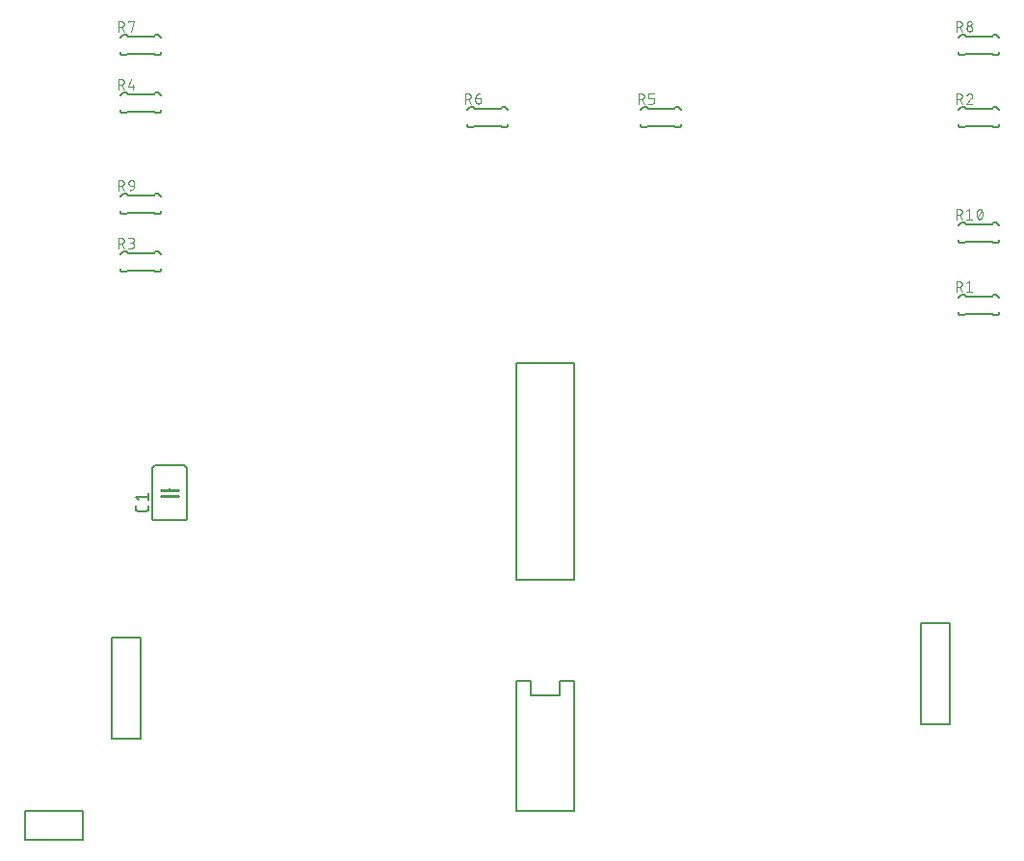
<source format=gbr>
G04 EAGLE Gerber X2 export*
%TF.Part,Single*%
%TF.FileFunction,Legend,Top,1*%
%TF.FilePolarity,Positive*%
%TF.GenerationSoftware,Autodesk,EAGLE,9.0.1*%
%TF.CreationDate,2019-02-05T07:25:25Z*%
G75*
%MOMM*%
%FSLAX34Y34*%
%LPD*%
%AMOC8*
5,1,8,0,0,1.08239X$1,22.5*%
G01*
%ADD10C,0.127000*%
%ADD11C,0.152400*%
%ADD12C,0.101600*%
%ADD13C,0.254000*%


D10*
X457200Y457200D02*
X457200Y266700D01*
X508000Y266700D01*
X508000Y457200D01*
X457200Y457200D01*
X457200Y177800D02*
X457200Y63500D01*
X508000Y63500D01*
X508000Y177800D01*
X469900Y177800D02*
X457200Y177800D01*
X469900Y177800D02*
X469900Y165100D01*
X495300Y165100D01*
X495300Y177800D01*
X508000Y177800D01*
D11*
X414020Y679450D02*
X414022Y679550D01*
X414028Y679649D01*
X414038Y679749D01*
X414051Y679847D01*
X414069Y679946D01*
X414090Y680043D01*
X414115Y680139D01*
X414144Y680235D01*
X414177Y680329D01*
X414213Y680422D01*
X414253Y680513D01*
X414297Y680603D01*
X414344Y680691D01*
X414394Y680777D01*
X414448Y680861D01*
X414505Y680943D01*
X414565Y681022D01*
X414629Y681100D01*
X414695Y681174D01*
X414764Y681246D01*
X414836Y681315D01*
X414910Y681381D01*
X414988Y681445D01*
X415067Y681505D01*
X415149Y681562D01*
X415233Y681616D01*
X415319Y681666D01*
X415407Y681713D01*
X415497Y681757D01*
X415588Y681797D01*
X415681Y681833D01*
X415775Y681866D01*
X415871Y681895D01*
X415967Y681920D01*
X416064Y681941D01*
X416163Y681959D01*
X416261Y681972D01*
X416361Y681982D01*
X416460Y681988D01*
X416560Y681990D01*
X414020Y666750D02*
X414022Y666650D01*
X414028Y666551D01*
X414038Y666451D01*
X414051Y666353D01*
X414069Y666254D01*
X414090Y666157D01*
X414115Y666061D01*
X414144Y665965D01*
X414177Y665871D01*
X414213Y665778D01*
X414253Y665687D01*
X414297Y665597D01*
X414344Y665509D01*
X414394Y665423D01*
X414448Y665339D01*
X414505Y665257D01*
X414565Y665178D01*
X414629Y665100D01*
X414695Y665026D01*
X414764Y664954D01*
X414836Y664885D01*
X414910Y664819D01*
X414988Y664755D01*
X415067Y664695D01*
X415149Y664638D01*
X415233Y664584D01*
X415319Y664534D01*
X415407Y664487D01*
X415497Y664443D01*
X415588Y664403D01*
X415681Y664367D01*
X415775Y664334D01*
X415871Y664305D01*
X415967Y664280D01*
X416064Y664259D01*
X416163Y664241D01*
X416261Y664228D01*
X416361Y664218D01*
X416460Y664212D01*
X416560Y664210D01*
X447040Y664210D02*
X447140Y664212D01*
X447239Y664218D01*
X447339Y664228D01*
X447437Y664241D01*
X447536Y664259D01*
X447633Y664280D01*
X447729Y664305D01*
X447825Y664334D01*
X447919Y664367D01*
X448012Y664403D01*
X448103Y664443D01*
X448193Y664487D01*
X448281Y664534D01*
X448367Y664584D01*
X448451Y664638D01*
X448533Y664695D01*
X448612Y664755D01*
X448690Y664819D01*
X448764Y664885D01*
X448836Y664954D01*
X448905Y665026D01*
X448971Y665100D01*
X449035Y665178D01*
X449095Y665257D01*
X449152Y665339D01*
X449206Y665423D01*
X449256Y665509D01*
X449303Y665597D01*
X449347Y665687D01*
X449387Y665778D01*
X449423Y665871D01*
X449456Y665965D01*
X449485Y666061D01*
X449510Y666157D01*
X449531Y666254D01*
X449549Y666353D01*
X449562Y666451D01*
X449572Y666551D01*
X449578Y666650D01*
X449580Y666750D01*
X449580Y679450D02*
X449578Y679550D01*
X449572Y679649D01*
X449562Y679749D01*
X449549Y679847D01*
X449531Y679946D01*
X449510Y680043D01*
X449485Y680139D01*
X449456Y680235D01*
X449423Y680329D01*
X449387Y680422D01*
X449347Y680513D01*
X449303Y680603D01*
X449256Y680691D01*
X449206Y680777D01*
X449152Y680861D01*
X449095Y680943D01*
X449035Y681022D01*
X448971Y681100D01*
X448905Y681174D01*
X448836Y681246D01*
X448764Y681315D01*
X448690Y681381D01*
X448612Y681445D01*
X448533Y681505D01*
X448451Y681562D01*
X448367Y681616D01*
X448281Y681666D01*
X448193Y681713D01*
X448103Y681757D01*
X448012Y681797D01*
X447919Y681833D01*
X447825Y681866D01*
X447729Y681895D01*
X447633Y681920D01*
X447536Y681941D01*
X447437Y681959D01*
X447339Y681972D01*
X447239Y681982D01*
X447140Y681988D01*
X447040Y681990D01*
X419100Y681990D02*
X416560Y681990D01*
X419100Y681990D02*
X420370Y680720D01*
X419100Y664210D02*
X416560Y664210D01*
X419100Y664210D02*
X420370Y665480D01*
X443230Y680720D02*
X444500Y681990D01*
X443230Y680720D02*
X420370Y680720D01*
X443230Y665480D02*
X444500Y664210D01*
X443230Y665480D02*
X420370Y665480D01*
X444500Y681990D02*
X447040Y681990D01*
X447040Y664210D02*
X444500Y664210D01*
D12*
X412242Y685292D02*
X412242Y694182D01*
X414711Y694182D01*
X414809Y694180D01*
X414907Y694174D01*
X415005Y694164D01*
X415102Y694151D01*
X415199Y694133D01*
X415295Y694112D01*
X415389Y694087D01*
X415483Y694058D01*
X415576Y694026D01*
X415667Y693989D01*
X415757Y693950D01*
X415845Y693906D01*
X415931Y693859D01*
X416016Y693809D01*
X416098Y693756D01*
X416178Y693699D01*
X416256Y693639D01*
X416331Y693576D01*
X416404Y693510D01*
X416474Y693441D01*
X416541Y693370D01*
X416606Y693296D01*
X416667Y693219D01*
X416726Y693140D01*
X416781Y693059D01*
X416833Y692976D01*
X416881Y692890D01*
X416926Y692803D01*
X416968Y692714D01*
X417006Y692624D01*
X417040Y692532D01*
X417071Y692439D01*
X417098Y692344D01*
X417121Y692249D01*
X417141Y692152D01*
X417156Y692056D01*
X417168Y691958D01*
X417176Y691860D01*
X417180Y691762D01*
X417180Y691664D01*
X417176Y691566D01*
X417168Y691468D01*
X417156Y691370D01*
X417141Y691274D01*
X417121Y691177D01*
X417098Y691082D01*
X417071Y690987D01*
X417040Y690894D01*
X417006Y690802D01*
X416968Y690712D01*
X416926Y690623D01*
X416881Y690536D01*
X416833Y690450D01*
X416781Y690367D01*
X416726Y690286D01*
X416667Y690207D01*
X416606Y690130D01*
X416541Y690056D01*
X416474Y689985D01*
X416404Y689916D01*
X416331Y689850D01*
X416256Y689787D01*
X416178Y689727D01*
X416098Y689670D01*
X416016Y689617D01*
X415931Y689567D01*
X415845Y689520D01*
X415757Y689476D01*
X415667Y689437D01*
X415576Y689400D01*
X415483Y689368D01*
X415389Y689339D01*
X415295Y689314D01*
X415199Y689293D01*
X415102Y689275D01*
X415005Y689262D01*
X414907Y689252D01*
X414809Y689246D01*
X414711Y689244D01*
X414711Y689243D02*
X412242Y689243D01*
X415205Y689243D02*
X417181Y685292D01*
X421092Y690231D02*
X424055Y690231D01*
X424141Y690229D01*
X424227Y690223D01*
X424313Y690214D01*
X424398Y690201D01*
X424483Y690184D01*
X424566Y690164D01*
X424649Y690140D01*
X424731Y690112D01*
X424811Y690081D01*
X424890Y690046D01*
X424967Y690008D01*
X425043Y689966D01*
X425117Y689922D01*
X425188Y689874D01*
X425258Y689823D01*
X425325Y689769D01*
X425390Y689712D01*
X425452Y689652D01*
X425512Y689590D01*
X425569Y689525D01*
X425623Y689458D01*
X425674Y689388D01*
X425722Y689317D01*
X425766Y689243D01*
X425808Y689167D01*
X425846Y689090D01*
X425881Y689011D01*
X425912Y688931D01*
X425940Y688849D01*
X425964Y688766D01*
X425984Y688683D01*
X426001Y688598D01*
X426014Y688513D01*
X426023Y688427D01*
X426029Y688341D01*
X426031Y688255D01*
X426031Y687761D01*
X426030Y687761D02*
X426028Y687663D01*
X426022Y687565D01*
X426012Y687467D01*
X425999Y687370D01*
X425981Y687273D01*
X425960Y687177D01*
X425935Y687083D01*
X425906Y686989D01*
X425874Y686896D01*
X425837Y686805D01*
X425798Y686715D01*
X425754Y686627D01*
X425707Y686541D01*
X425657Y686456D01*
X425604Y686374D01*
X425547Y686294D01*
X425487Y686216D01*
X425424Y686141D01*
X425358Y686068D01*
X425289Y685998D01*
X425218Y685931D01*
X425144Y685866D01*
X425067Y685805D01*
X424988Y685746D01*
X424907Y685691D01*
X424824Y685639D01*
X424738Y685591D01*
X424651Y685546D01*
X424562Y685504D01*
X424472Y685466D01*
X424380Y685432D01*
X424287Y685401D01*
X424192Y685374D01*
X424097Y685351D01*
X424000Y685331D01*
X423904Y685316D01*
X423806Y685304D01*
X423708Y685296D01*
X423610Y685292D01*
X423512Y685292D01*
X423414Y685296D01*
X423316Y685304D01*
X423218Y685316D01*
X423122Y685331D01*
X423025Y685351D01*
X422930Y685374D01*
X422835Y685401D01*
X422742Y685432D01*
X422650Y685466D01*
X422560Y685504D01*
X422471Y685546D01*
X422384Y685591D01*
X422298Y685639D01*
X422215Y685691D01*
X422134Y685746D01*
X422055Y685805D01*
X421978Y685866D01*
X421904Y685931D01*
X421833Y685998D01*
X421764Y686068D01*
X421698Y686141D01*
X421635Y686216D01*
X421575Y686294D01*
X421518Y686374D01*
X421465Y686456D01*
X421415Y686541D01*
X421368Y686627D01*
X421324Y686715D01*
X421285Y686805D01*
X421248Y686896D01*
X421216Y686989D01*
X421187Y687083D01*
X421162Y687177D01*
X421141Y687273D01*
X421123Y687370D01*
X421110Y687467D01*
X421100Y687565D01*
X421094Y687663D01*
X421092Y687761D01*
X421092Y690231D01*
X421094Y690355D01*
X421100Y690479D01*
X421110Y690603D01*
X421123Y690726D01*
X421141Y690849D01*
X421162Y690971D01*
X421187Y691093D01*
X421216Y691214D01*
X421249Y691333D01*
X421285Y691452D01*
X421326Y691569D01*
X421369Y691685D01*
X421417Y691800D01*
X421468Y691913D01*
X421523Y692025D01*
X421581Y692134D01*
X421642Y692242D01*
X421707Y692348D01*
X421775Y692452D01*
X421847Y692553D01*
X421921Y692653D01*
X421999Y692749D01*
X422079Y692844D01*
X422163Y692936D01*
X422249Y693025D01*
X422338Y693111D01*
X422430Y693195D01*
X422525Y693275D01*
X422621Y693353D01*
X422721Y693427D01*
X422822Y693499D01*
X422926Y693567D01*
X423032Y693632D01*
X423140Y693693D01*
X423249Y693751D01*
X423361Y693806D01*
X423474Y693857D01*
X423589Y693905D01*
X423705Y693948D01*
X423822Y693989D01*
X423941Y694025D01*
X424060Y694058D01*
X424181Y694087D01*
X424303Y694112D01*
X424425Y694133D01*
X424548Y694151D01*
X424671Y694164D01*
X424795Y694174D01*
X424919Y694180D01*
X425043Y694182D01*
D11*
X111760Y745490D02*
X111660Y745488D01*
X111561Y745482D01*
X111461Y745472D01*
X111363Y745459D01*
X111264Y745441D01*
X111167Y745420D01*
X111071Y745395D01*
X110975Y745366D01*
X110881Y745333D01*
X110788Y745297D01*
X110697Y745257D01*
X110607Y745213D01*
X110519Y745166D01*
X110433Y745116D01*
X110349Y745062D01*
X110267Y745005D01*
X110188Y744945D01*
X110110Y744881D01*
X110036Y744815D01*
X109964Y744746D01*
X109895Y744674D01*
X109829Y744600D01*
X109765Y744522D01*
X109705Y744443D01*
X109648Y744361D01*
X109594Y744277D01*
X109544Y744191D01*
X109497Y744103D01*
X109453Y744013D01*
X109413Y743922D01*
X109377Y743829D01*
X109344Y743735D01*
X109315Y743639D01*
X109290Y743543D01*
X109269Y743446D01*
X109251Y743347D01*
X109238Y743249D01*
X109228Y743149D01*
X109222Y743050D01*
X109220Y742950D01*
X109220Y730250D02*
X109222Y730150D01*
X109228Y730051D01*
X109238Y729951D01*
X109251Y729853D01*
X109269Y729754D01*
X109290Y729657D01*
X109315Y729561D01*
X109344Y729465D01*
X109377Y729371D01*
X109413Y729278D01*
X109453Y729187D01*
X109497Y729097D01*
X109544Y729009D01*
X109594Y728923D01*
X109648Y728839D01*
X109705Y728757D01*
X109765Y728678D01*
X109829Y728600D01*
X109895Y728526D01*
X109964Y728454D01*
X110036Y728385D01*
X110110Y728319D01*
X110188Y728255D01*
X110267Y728195D01*
X110349Y728138D01*
X110433Y728084D01*
X110519Y728034D01*
X110607Y727987D01*
X110697Y727943D01*
X110788Y727903D01*
X110881Y727867D01*
X110975Y727834D01*
X111071Y727805D01*
X111167Y727780D01*
X111264Y727759D01*
X111363Y727741D01*
X111461Y727728D01*
X111561Y727718D01*
X111660Y727712D01*
X111760Y727710D01*
X142240Y727710D02*
X142340Y727712D01*
X142439Y727718D01*
X142539Y727728D01*
X142637Y727741D01*
X142736Y727759D01*
X142833Y727780D01*
X142929Y727805D01*
X143025Y727834D01*
X143119Y727867D01*
X143212Y727903D01*
X143303Y727943D01*
X143393Y727987D01*
X143481Y728034D01*
X143567Y728084D01*
X143651Y728138D01*
X143733Y728195D01*
X143812Y728255D01*
X143890Y728319D01*
X143964Y728385D01*
X144036Y728454D01*
X144105Y728526D01*
X144171Y728600D01*
X144235Y728678D01*
X144295Y728757D01*
X144352Y728839D01*
X144406Y728923D01*
X144456Y729009D01*
X144503Y729097D01*
X144547Y729187D01*
X144587Y729278D01*
X144623Y729371D01*
X144656Y729465D01*
X144685Y729561D01*
X144710Y729657D01*
X144731Y729754D01*
X144749Y729853D01*
X144762Y729951D01*
X144772Y730051D01*
X144778Y730150D01*
X144780Y730250D01*
X144780Y742950D02*
X144778Y743050D01*
X144772Y743149D01*
X144762Y743249D01*
X144749Y743347D01*
X144731Y743446D01*
X144710Y743543D01*
X144685Y743639D01*
X144656Y743735D01*
X144623Y743829D01*
X144587Y743922D01*
X144547Y744013D01*
X144503Y744103D01*
X144456Y744191D01*
X144406Y744277D01*
X144352Y744361D01*
X144295Y744443D01*
X144235Y744522D01*
X144171Y744600D01*
X144105Y744674D01*
X144036Y744746D01*
X143964Y744815D01*
X143890Y744881D01*
X143812Y744945D01*
X143733Y745005D01*
X143651Y745062D01*
X143567Y745116D01*
X143481Y745166D01*
X143393Y745213D01*
X143303Y745257D01*
X143212Y745297D01*
X143119Y745333D01*
X143025Y745366D01*
X142929Y745395D01*
X142833Y745420D01*
X142736Y745441D01*
X142637Y745459D01*
X142539Y745472D01*
X142439Y745482D01*
X142340Y745488D01*
X142240Y745490D01*
X114300Y745490D02*
X111760Y745490D01*
X114300Y745490D02*
X115570Y744220D01*
X114300Y727710D02*
X111760Y727710D01*
X114300Y727710D02*
X115570Y728980D01*
X138430Y744220D02*
X139700Y745490D01*
X138430Y744220D02*
X115570Y744220D01*
X138430Y728980D02*
X139700Y727710D01*
X138430Y728980D02*
X115570Y728980D01*
X139700Y745490D02*
X142240Y745490D01*
X142240Y727710D02*
X139700Y727710D01*
D12*
X107442Y748792D02*
X107442Y757682D01*
X109911Y757682D01*
X110009Y757680D01*
X110107Y757674D01*
X110205Y757664D01*
X110302Y757651D01*
X110399Y757633D01*
X110495Y757612D01*
X110589Y757587D01*
X110683Y757558D01*
X110776Y757526D01*
X110867Y757489D01*
X110957Y757450D01*
X111045Y757406D01*
X111131Y757359D01*
X111216Y757309D01*
X111298Y757256D01*
X111378Y757199D01*
X111456Y757139D01*
X111531Y757076D01*
X111604Y757010D01*
X111674Y756941D01*
X111741Y756870D01*
X111806Y756796D01*
X111867Y756719D01*
X111926Y756640D01*
X111981Y756559D01*
X112033Y756476D01*
X112081Y756390D01*
X112126Y756303D01*
X112168Y756214D01*
X112206Y756124D01*
X112240Y756032D01*
X112271Y755939D01*
X112298Y755844D01*
X112321Y755749D01*
X112341Y755652D01*
X112356Y755556D01*
X112368Y755458D01*
X112376Y755360D01*
X112380Y755262D01*
X112380Y755164D01*
X112376Y755066D01*
X112368Y754968D01*
X112356Y754870D01*
X112341Y754774D01*
X112321Y754677D01*
X112298Y754582D01*
X112271Y754487D01*
X112240Y754394D01*
X112206Y754302D01*
X112168Y754212D01*
X112126Y754123D01*
X112081Y754036D01*
X112033Y753950D01*
X111981Y753867D01*
X111926Y753786D01*
X111867Y753707D01*
X111806Y753630D01*
X111741Y753556D01*
X111674Y753485D01*
X111604Y753416D01*
X111531Y753350D01*
X111456Y753287D01*
X111378Y753227D01*
X111298Y753170D01*
X111216Y753117D01*
X111131Y753067D01*
X111045Y753020D01*
X110957Y752976D01*
X110867Y752937D01*
X110776Y752900D01*
X110683Y752868D01*
X110589Y752839D01*
X110495Y752814D01*
X110399Y752793D01*
X110302Y752775D01*
X110205Y752762D01*
X110107Y752752D01*
X110009Y752746D01*
X109911Y752744D01*
X109911Y752743D02*
X107442Y752743D01*
X110405Y752743D02*
X112381Y748792D01*
X116292Y756694D02*
X116292Y757682D01*
X121231Y757682D01*
X118761Y748792D01*
D11*
X845820Y742950D02*
X845822Y743050D01*
X845828Y743149D01*
X845838Y743249D01*
X845851Y743347D01*
X845869Y743446D01*
X845890Y743543D01*
X845915Y743639D01*
X845944Y743735D01*
X845977Y743829D01*
X846013Y743922D01*
X846053Y744013D01*
X846097Y744103D01*
X846144Y744191D01*
X846194Y744277D01*
X846248Y744361D01*
X846305Y744443D01*
X846365Y744522D01*
X846429Y744600D01*
X846495Y744674D01*
X846564Y744746D01*
X846636Y744815D01*
X846710Y744881D01*
X846788Y744945D01*
X846867Y745005D01*
X846949Y745062D01*
X847033Y745116D01*
X847119Y745166D01*
X847207Y745213D01*
X847297Y745257D01*
X847388Y745297D01*
X847481Y745333D01*
X847575Y745366D01*
X847671Y745395D01*
X847767Y745420D01*
X847864Y745441D01*
X847963Y745459D01*
X848061Y745472D01*
X848161Y745482D01*
X848260Y745488D01*
X848360Y745490D01*
X845820Y730250D02*
X845822Y730150D01*
X845828Y730051D01*
X845838Y729951D01*
X845851Y729853D01*
X845869Y729754D01*
X845890Y729657D01*
X845915Y729561D01*
X845944Y729465D01*
X845977Y729371D01*
X846013Y729278D01*
X846053Y729187D01*
X846097Y729097D01*
X846144Y729009D01*
X846194Y728923D01*
X846248Y728839D01*
X846305Y728757D01*
X846365Y728678D01*
X846429Y728600D01*
X846495Y728526D01*
X846564Y728454D01*
X846636Y728385D01*
X846710Y728319D01*
X846788Y728255D01*
X846867Y728195D01*
X846949Y728138D01*
X847033Y728084D01*
X847119Y728034D01*
X847207Y727987D01*
X847297Y727943D01*
X847388Y727903D01*
X847481Y727867D01*
X847575Y727834D01*
X847671Y727805D01*
X847767Y727780D01*
X847864Y727759D01*
X847963Y727741D01*
X848061Y727728D01*
X848161Y727718D01*
X848260Y727712D01*
X848360Y727710D01*
X878840Y727710D02*
X878940Y727712D01*
X879039Y727718D01*
X879139Y727728D01*
X879237Y727741D01*
X879336Y727759D01*
X879433Y727780D01*
X879529Y727805D01*
X879625Y727834D01*
X879719Y727867D01*
X879812Y727903D01*
X879903Y727943D01*
X879993Y727987D01*
X880081Y728034D01*
X880167Y728084D01*
X880251Y728138D01*
X880333Y728195D01*
X880412Y728255D01*
X880490Y728319D01*
X880564Y728385D01*
X880636Y728454D01*
X880705Y728526D01*
X880771Y728600D01*
X880835Y728678D01*
X880895Y728757D01*
X880952Y728839D01*
X881006Y728923D01*
X881056Y729009D01*
X881103Y729097D01*
X881147Y729187D01*
X881187Y729278D01*
X881223Y729371D01*
X881256Y729465D01*
X881285Y729561D01*
X881310Y729657D01*
X881331Y729754D01*
X881349Y729853D01*
X881362Y729951D01*
X881372Y730051D01*
X881378Y730150D01*
X881380Y730250D01*
X881380Y742950D02*
X881378Y743050D01*
X881372Y743149D01*
X881362Y743249D01*
X881349Y743347D01*
X881331Y743446D01*
X881310Y743543D01*
X881285Y743639D01*
X881256Y743735D01*
X881223Y743829D01*
X881187Y743922D01*
X881147Y744013D01*
X881103Y744103D01*
X881056Y744191D01*
X881006Y744277D01*
X880952Y744361D01*
X880895Y744443D01*
X880835Y744522D01*
X880771Y744600D01*
X880705Y744674D01*
X880636Y744746D01*
X880564Y744815D01*
X880490Y744881D01*
X880412Y744945D01*
X880333Y745005D01*
X880251Y745062D01*
X880167Y745116D01*
X880081Y745166D01*
X879993Y745213D01*
X879903Y745257D01*
X879812Y745297D01*
X879719Y745333D01*
X879625Y745366D01*
X879529Y745395D01*
X879433Y745420D01*
X879336Y745441D01*
X879237Y745459D01*
X879139Y745472D01*
X879039Y745482D01*
X878940Y745488D01*
X878840Y745490D01*
X850900Y745490D02*
X848360Y745490D01*
X850900Y745490D02*
X852170Y744220D01*
X850900Y727710D02*
X848360Y727710D01*
X850900Y727710D02*
X852170Y728980D01*
X875030Y744220D02*
X876300Y745490D01*
X875030Y744220D02*
X852170Y744220D01*
X875030Y728980D02*
X876300Y727710D01*
X875030Y728980D02*
X852170Y728980D01*
X876300Y745490D02*
X878840Y745490D01*
X878840Y727710D02*
X876300Y727710D01*
D12*
X844042Y748792D02*
X844042Y757682D01*
X846511Y757682D01*
X846609Y757680D01*
X846707Y757674D01*
X846805Y757664D01*
X846902Y757651D01*
X846999Y757633D01*
X847095Y757612D01*
X847189Y757587D01*
X847283Y757558D01*
X847376Y757526D01*
X847467Y757489D01*
X847557Y757450D01*
X847645Y757406D01*
X847731Y757359D01*
X847816Y757309D01*
X847898Y757256D01*
X847978Y757199D01*
X848056Y757139D01*
X848131Y757076D01*
X848204Y757010D01*
X848274Y756941D01*
X848341Y756870D01*
X848406Y756796D01*
X848467Y756719D01*
X848526Y756640D01*
X848581Y756559D01*
X848633Y756476D01*
X848681Y756390D01*
X848726Y756303D01*
X848768Y756214D01*
X848806Y756124D01*
X848840Y756032D01*
X848871Y755939D01*
X848898Y755844D01*
X848921Y755749D01*
X848941Y755652D01*
X848956Y755556D01*
X848968Y755458D01*
X848976Y755360D01*
X848980Y755262D01*
X848980Y755164D01*
X848976Y755066D01*
X848968Y754968D01*
X848956Y754870D01*
X848941Y754774D01*
X848921Y754677D01*
X848898Y754582D01*
X848871Y754487D01*
X848840Y754394D01*
X848806Y754302D01*
X848768Y754212D01*
X848726Y754123D01*
X848681Y754036D01*
X848633Y753950D01*
X848581Y753867D01*
X848526Y753786D01*
X848467Y753707D01*
X848406Y753630D01*
X848341Y753556D01*
X848274Y753485D01*
X848204Y753416D01*
X848131Y753350D01*
X848056Y753287D01*
X847978Y753227D01*
X847898Y753170D01*
X847816Y753117D01*
X847731Y753067D01*
X847645Y753020D01*
X847557Y752976D01*
X847467Y752937D01*
X847376Y752900D01*
X847283Y752868D01*
X847189Y752839D01*
X847095Y752814D01*
X846999Y752793D01*
X846902Y752775D01*
X846805Y752762D01*
X846707Y752752D01*
X846609Y752746D01*
X846511Y752744D01*
X846511Y752743D02*
X844042Y752743D01*
X847005Y752743D02*
X848981Y748792D01*
X852892Y751261D02*
X852894Y751359D01*
X852900Y751457D01*
X852910Y751555D01*
X852923Y751652D01*
X852941Y751749D01*
X852962Y751845D01*
X852987Y751939D01*
X853016Y752033D01*
X853048Y752126D01*
X853085Y752217D01*
X853124Y752307D01*
X853168Y752395D01*
X853215Y752481D01*
X853265Y752566D01*
X853318Y752648D01*
X853375Y752728D01*
X853435Y752806D01*
X853498Y752881D01*
X853564Y752954D01*
X853633Y753024D01*
X853704Y753091D01*
X853778Y753156D01*
X853855Y753217D01*
X853934Y753276D01*
X854015Y753331D01*
X854098Y753383D01*
X854184Y753431D01*
X854271Y753476D01*
X854360Y753518D01*
X854450Y753556D01*
X854542Y753590D01*
X854635Y753621D01*
X854730Y753648D01*
X854825Y753671D01*
X854922Y753691D01*
X855018Y753706D01*
X855116Y753718D01*
X855214Y753726D01*
X855312Y753730D01*
X855410Y753730D01*
X855508Y753726D01*
X855606Y753718D01*
X855704Y753706D01*
X855800Y753691D01*
X855897Y753671D01*
X855992Y753648D01*
X856087Y753621D01*
X856180Y753590D01*
X856272Y753556D01*
X856362Y753518D01*
X856451Y753476D01*
X856538Y753431D01*
X856624Y753383D01*
X856707Y753331D01*
X856788Y753276D01*
X856867Y753217D01*
X856944Y753156D01*
X857018Y753091D01*
X857089Y753024D01*
X857158Y752954D01*
X857224Y752881D01*
X857287Y752806D01*
X857347Y752728D01*
X857404Y752648D01*
X857457Y752566D01*
X857507Y752481D01*
X857554Y752395D01*
X857598Y752307D01*
X857637Y752217D01*
X857674Y752126D01*
X857706Y752033D01*
X857735Y751939D01*
X857760Y751845D01*
X857781Y751749D01*
X857799Y751652D01*
X857812Y751555D01*
X857822Y751457D01*
X857828Y751359D01*
X857830Y751261D01*
X857828Y751163D01*
X857822Y751065D01*
X857812Y750967D01*
X857799Y750870D01*
X857781Y750773D01*
X857760Y750677D01*
X857735Y750583D01*
X857706Y750489D01*
X857674Y750396D01*
X857637Y750305D01*
X857598Y750215D01*
X857554Y750127D01*
X857507Y750041D01*
X857457Y749956D01*
X857404Y749874D01*
X857347Y749794D01*
X857287Y749716D01*
X857224Y749641D01*
X857158Y749568D01*
X857089Y749498D01*
X857018Y749431D01*
X856944Y749366D01*
X856867Y749305D01*
X856788Y749246D01*
X856707Y749191D01*
X856624Y749139D01*
X856538Y749091D01*
X856451Y749046D01*
X856362Y749004D01*
X856272Y748966D01*
X856180Y748932D01*
X856087Y748901D01*
X855992Y748874D01*
X855897Y748851D01*
X855800Y748831D01*
X855704Y748816D01*
X855606Y748804D01*
X855508Y748796D01*
X855410Y748792D01*
X855312Y748792D01*
X855214Y748796D01*
X855116Y748804D01*
X855018Y748816D01*
X854922Y748831D01*
X854825Y748851D01*
X854730Y748874D01*
X854635Y748901D01*
X854542Y748932D01*
X854450Y748966D01*
X854360Y749004D01*
X854271Y749046D01*
X854184Y749091D01*
X854098Y749139D01*
X854015Y749191D01*
X853934Y749246D01*
X853855Y749305D01*
X853778Y749366D01*
X853704Y749431D01*
X853633Y749498D01*
X853564Y749568D01*
X853498Y749641D01*
X853435Y749716D01*
X853375Y749794D01*
X853318Y749874D01*
X853265Y749956D01*
X853215Y750041D01*
X853168Y750127D01*
X853124Y750215D01*
X853085Y750305D01*
X853048Y750396D01*
X853016Y750489D01*
X852987Y750583D01*
X852962Y750677D01*
X852941Y750773D01*
X852923Y750870D01*
X852910Y750967D01*
X852900Y751065D01*
X852894Y751163D01*
X852892Y751261D01*
X853385Y755706D02*
X853387Y755793D01*
X853393Y755881D01*
X853402Y755968D01*
X853416Y756054D01*
X853433Y756140D01*
X853454Y756224D01*
X853479Y756308D01*
X853508Y756391D01*
X853540Y756472D01*
X853575Y756552D01*
X853614Y756630D01*
X853657Y756707D01*
X853703Y756781D01*
X853752Y756853D01*
X853804Y756923D01*
X853860Y756991D01*
X853918Y757056D01*
X853979Y757119D01*
X854043Y757178D01*
X854110Y757235D01*
X854178Y757289D01*
X854250Y757340D01*
X854323Y757387D01*
X854398Y757432D01*
X854476Y757473D01*
X854555Y757510D01*
X854635Y757544D01*
X854717Y757574D01*
X854800Y757601D01*
X854885Y757624D01*
X854970Y757643D01*
X855056Y757658D01*
X855143Y757670D01*
X855230Y757678D01*
X855317Y757682D01*
X855405Y757682D01*
X855492Y757678D01*
X855579Y757670D01*
X855666Y757658D01*
X855752Y757643D01*
X855837Y757624D01*
X855922Y757601D01*
X856005Y757574D01*
X856087Y757544D01*
X856167Y757510D01*
X856246Y757473D01*
X856324Y757432D01*
X856399Y757387D01*
X856472Y757340D01*
X856544Y757289D01*
X856612Y757235D01*
X856679Y757178D01*
X856743Y757119D01*
X856804Y757056D01*
X856862Y756991D01*
X856918Y756923D01*
X856970Y756853D01*
X857019Y756781D01*
X857065Y756707D01*
X857108Y756630D01*
X857147Y756552D01*
X857182Y756472D01*
X857214Y756391D01*
X857243Y756308D01*
X857268Y756224D01*
X857289Y756140D01*
X857306Y756054D01*
X857320Y755968D01*
X857329Y755881D01*
X857335Y755793D01*
X857337Y755706D01*
X857335Y755619D01*
X857329Y755531D01*
X857320Y755444D01*
X857306Y755358D01*
X857289Y755272D01*
X857268Y755188D01*
X857243Y755104D01*
X857214Y755021D01*
X857182Y754940D01*
X857147Y754860D01*
X857108Y754782D01*
X857065Y754705D01*
X857019Y754631D01*
X856970Y754559D01*
X856918Y754489D01*
X856862Y754421D01*
X856804Y754356D01*
X856743Y754293D01*
X856679Y754234D01*
X856612Y754177D01*
X856544Y754123D01*
X856472Y754072D01*
X856399Y754025D01*
X856324Y753980D01*
X856246Y753939D01*
X856167Y753902D01*
X856087Y753868D01*
X856005Y753838D01*
X855922Y753811D01*
X855837Y753788D01*
X855752Y753769D01*
X855666Y753754D01*
X855579Y753742D01*
X855492Y753734D01*
X855405Y753730D01*
X855317Y753730D01*
X855230Y753734D01*
X855143Y753742D01*
X855056Y753754D01*
X854970Y753769D01*
X854885Y753788D01*
X854800Y753811D01*
X854717Y753838D01*
X854635Y753868D01*
X854555Y753902D01*
X854476Y753939D01*
X854398Y753980D01*
X854323Y754025D01*
X854250Y754072D01*
X854178Y754123D01*
X854110Y754177D01*
X854043Y754234D01*
X853979Y754293D01*
X853918Y754356D01*
X853860Y754421D01*
X853804Y754489D01*
X853752Y754559D01*
X853703Y754631D01*
X853657Y754705D01*
X853614Y754782D01*
X853575Y754860D01*
X853540Y754940D01*
X853508Y755021D01*
X853479Y755104D01*
X853454Y755188D01*
X853433Y755272D01*
X853416Y755358D01*
X853402Y755444D01*
X853393Y755531D01*
X853387Y755619D01*
X853385Y755706D01*
D11*
X111760Y605790D02*
X111660Y605788D01*
X111561Y605782D01*
X111461Y605772D01*
X111363Y605759D01*
X111264Y605741D01*
X111167Y605720D01*
X111071Y605695D01*
X110975Y605666D01*
X110881Y605633D01*
X110788Y605597D01*
X110697Y605557D01*
X110607Y605513D01*
X110519Y605466D01*
X110433Y605416D01*
X110349Y605362D01*
X110267Y605305D01*
X110188Y605245D01*
X110110Y605181D01*
X110036Y605115D01*
X109964Y605046D01*
X109895Y604974D01*
X109829Y604900D01*
X109765Y604822D01*
X109705Y604743D01*
X109648Y604661D01*
X109594Y604577D01*
X109544Y604491D01*
X109497Y604403D01*
X109453Y604313D01*
X109413Y604222D01*
X109377Y604129D01*
X109344Y604035D01*
X109315Y603939D01*
X109290Y603843D01*
X109269Y603746D01*
X109251Y603647D01*
X109238Y603549D01*
X109228Y603449D01*
X109222Y603350D01*
X109220Y603250D01*
X109220Y590550D02*
X109222Y590450D01*
X109228Y590351D01*
X109238Y590251D01*
X109251Y590153D01*
X109269Y590054D01*
X109290Y589957D01*
X109315Y589861D01*
X109344Y589765D01*
X109377Y589671D01*
X109413Y589578D01*
X109453Y589487D01*
X109497Y589397D01*
X109544Y589309D01*
X109594Y589223D01*
X109648Y589139D01*
X109705Y589057D01*
X109765Y588978D01*
X109829Y588900D01*
X109895Y588826D01*
X109964Y588754D01*
X110036Y588685D01*
X110110Y588619D01*
X110188Y588555D01*
X110267Y588495D01*
X110349Y588438D01*
X110433Y588384D01*
X110519Y588334D01*
X110607Y588287D01*
X110697Y588243D01*
X110788Y588203D01*
X110881Y588167D01*
X110975Y588134D01*
X111071Y588105D01*
X111167Y588080D01*
X111264Y588059D01*
X111363Y588041D01*
X111461Y588028D01*
X111561Y588018D01*
X111660Y588012D01*
X111760Y588010D01*
X142240Y588010D02*
X142340Y588012D01*
X142439Y588018D01*
X142539Y588028D01*
X142637Y588041D01*
X142736Y588059D01*
X142833Y588080D01*
X142929Y588105D01*
X143025Y588134D01*
X143119Y588167D01*
X143212Y588203D01*
X143303Y588243D01*
X143393Y588287D01*
X143481Y588334D01*
X143567Y588384D01*
X143651Y588438D01*
X143733Y588495D01*
X143812Y588555D01*
X143890Y588619D01*
X143964Y588685D01*
X144036Y588754D01*
X144105Y588826D01*
X144171Y588900D01*
X144235Y588978D01*
X144295Y589057D01*
X144352Y589139D01*
X144406Y589223D01*
X144456Y589309D01*
X144503Y589397D01*
X144547Y589487D01*
X144587Y589578D01*
X144623Y589671D01*
X144656Y589765D01*
X144685Y589861D01*
X144710Y589957D01*
X144731Y590054D01*
X144749Y590153D01*
X144762Y590251D01*
X144772Y590351D01*
X144778Y590450D01*
X144780Y590550D01*
X144780Y603250D02*
X144778Y603350D01*
X144772Y603449D01*
X144762Y603549D01*
X144749Y603647D01*
X144731Y603746D01*
X144710Y603843D01*
X144685Y603939D01*
X144656Y604035D01*
X144623Y604129D01*
X144587Y604222D01*
X144547Y604313D01*
X144503Y604403D01*
X144456Y604491D01*
X144406Y604577D01*
X144352Y604661D01*
X144295Y604743D01*
X144235Y604822D01*
X144171Y604900D01*
X144105Y604974D01*
X144036Y605046D01*
X143964Y605115D01*
X143890Y605181D01*
X143812Y605245D01*
X143733Y605305D01*
X143651Y605362D01*
X143567Y605416D01*
X143481Y605466D01*
X143393Y605513D01*
X143303Y605557D01*
X143212Y605597D01*
X143119Y605633D01*
X143025Y605666D01*
X142929Y605695D01*
X142833Y605720D01*
X142736Y605741D01*
X142637Y605759D01*
X142539Y605772D01*
X142439Y605782D01*
X142340Y605788D01*
X142240Y605790D01*
X114300Y605790D02*
X111760Y605790D01*
X114300Y605790D02*
X115570Y604520D01*
X114300Y588010D02*
X111760Y588010D01*
X114300Y588010D02*
X115570Y589280D01*
X138430Y604520D02*
X139700Y605790D01*
X138430Y604520D02*
X115570Y604520D01*
X138430Y589280D02*
X139700Y588010D01*
X138430Y589280D02*
X115570Y589280D01*
X139700Y605790D02*
X142240Y605790D01*
X142240Y588010D02*
X139700Y588010D01*
D12*
X107442Y609092D02*
X107442Y617982D01*
X109911Y617982D01*
X110009Y617980D01*
X110107Y617974D01*
X110205Y617964D01*
X110302Y617951D01*
X110399Y617933D01*
X110495Y617912D01*
X110589Y617887D01*
X110683Y617858D01*
X110776Y617826D01*
X110867Y617789D01*
X110957Y617750D01*
X111045Y617706D01*
X111131Y617659D01*
X111216Y617609D01*
X111298Y617556D01*
X111378Y617499D01*
X111456Y617439D01*
X111531Y617376D01*
X111604Y617310D01*
X111674Y617241D01*
X111741Y617170D01*
X111806Y617096D01*
X111867Y617019D01*
X111926Y616940D01*
X111981Y616859D01*
X112033Y616776D01*
X112081Y616690D01*
X112126Y616603D01*
X112168Y616514D01*
X112206Y616424D01*
X112240Y616332D01*
X112271Y616239D01*
X112298Y616144D01*
X112321Y616049D01*
X112341Y615952D01*
X112356Y615856D01*
X112368Y615758D01*
X112376Y615660D01*
X112380Y615562D01*
X112380Y615464D01*
X112376Y615366D01*
X112368Y615268D01*
X112356Y615170D01*
X112341Y615074D01*
X112321Y614977D01*
X112298Y614882D01*
X112271Y614787D01*
X112240Y614694D01*
X112206Y614602D01*
X112168Y614512D01*
X112126Y614423D01*
X112081Y614336D01*
X112033Y614250D01*
X111981Y614167D01*
X111926Y614086D01*
X111867Y614007D01*
X111806Y613930D01*
X111741Y613856D01*
X111674Y613785D01*
X111604Y613716D01*
X111531Y613650D01*
X111456Y613587D01*
X111378Y613527D01*
X111298Y613470D01*
X111216Y613417D01*
X111131Y613367D01*
X111045Y613320D01*
X110957Y613276D01*
X110867Y613237D01*
X110776Y613200D01*
X110683Y613168D01*
X110589Y613139D01*
X110495Y613114D01*
X110399Y613093D01*
X110302Y613075D01*
X110205Y613062D01*
X110107Y613052D01*
X110009Y613046D01*
X109911Y613044D01*
X109911Y613043D02*
X107442Y613043D01*
X110405Y613043D02*
X112381Y609092D01*
X118267Y613043D02*
X121231Y613043D01*
X118267Y613043D02*
X118181Y613045D01*
X118095Y613051D01*
X118009Y613060D01*
X117924Y613073D01*
X117839Y613090D01*
X117756Y613110D01*
X117673Y613134D01*
X117591Y613162D01*
X117511Y613193D01*
X117432Y613228D01*
X117355Y613266D01*
X117279Y613308D01*
X117205Y613352D01*
X117134Y613400D01*
X117064Y613451D01*
X116997Y613505D01*
X116932Y613562D01*
X116870Y613622D01*
X116810Y613684D01*
X116753Y613749D01*
X116699Y613816D01*
X116648Y613886D01*
X116600Y613957D01*
X116556Y614031D01*
X116514Y614107D01*
X116476Y614184D01*
X116441Y614263D01*
X116410Y614343D01*
X116382Y614425D01*
X116358Y614508D01*
X116338Y614591D01*
X116321Y614676D01*
X116308Y614761D01*
X116299Y614847D01*
X116293Y614933D01*
X116291Y615019D01*
X116292Y615019D02*
X116292Y615513D01*
X116294Y615611D01*
X116300Y615709D01*
X116310Y615807D01*
X116323Y615904D01*
X116341Y616001D01*
X116362Y616097D01*
X116387Y616191D01*
X116416Y616285D01*
X116448Y616378D01*
X116485Y616469D01*
X116524Y616559D01*
X116568Y616647D01*
X116615Y616733D01*
X116665Y616818D01*
X116718Y616900D01*
X116775Y616980D01*
X116835Y617058D01*
X116898Y617133D01*
X116964Y617206D01*
X117033Y617276D01*
X117104Y617343D01*
X117178Y617408D01*
X117255Y617469D01*
X117334Y617528D01*
X117415Y617583D01*
X117498Y617635D01*
X117584Y617683D01*
X117671Y617728D01*
X117760Y617770D01*
X117850Y617808D01*
X117942Y617842D01*
X118035Y617873D01*
X118130Y617900D01*
X118225Y617923D01*
X118322Y617943D01*
X118418Y617958D01*
X118516Y617970D01*
X118614Y617978D01*
X118712Y617982D01*
X118810Y617982D01*
X118908Y617978D01*
X119006Y617970D01*
X119104Y617958D01*
X119200Y617943D01*
X119297Y617923D01*
X119392Y617900D01*
X119487Y617873D01*
X119580Y617842D01*
X119672Y617808D01*
X119762Y617770D01*
X119851Y617728D01*
X119938Y617683D01*
X120024Y617635D01*
X120107Y617583D01*
X120188Y617528D01*
X120267Y617469D01*
X120344Y617408D01*
X120418Y617343D01*
X120489Y617276D01*
X120558Y617206D01*
X120624Y617133D01*
X120687Y617058D01*
X120747Y616980D01*
X120804Y616900D01*
X120857Y616818D01*
X120907Y616733D01*
X120954Y616647D01*
X120998Y616559D01*
X121037Y616469D01*
X121074Y616378D01*
X121106Y616285D01*
X121135Y616191D01*
X121160Y616097D01*
X121181Y616001D01*
X121199Y615904D01*
X121212Y615807D01*
X121222Y615709D01*
X121228Y615611D01*
X121230Y615513D01*
X121231Y615513D02*
X121231Y613043D01*
X121229Y612919D01*
X121223Y612795D01*
X121213Y612671D01*
X121200Y612548D01*
X121182Y612425D01*
X121161Y612303D01*
X121136Y612181D01*
X121107Y612060D01*
X121074Y611941D01*
X121038Y611822D01*
X120997Y611705D01*
X120954Y611589D01*
X120906Y611474D01*
X120855Y611361D01*
X120800Y611249D01*
X120742Y611140D01*
X120681Y611032D01*
X120616Y610926D01*
X120548Y610822D01*
X120476Y610721D01*
X120402Y610621D01*
X120324Y610525D01*
X120244Y610430D01*
X120160Y610338D01*
X120074Y610249D01*
X119985Y610163D01*
X119893Y610079D01*
X119798Y609999D01*
X119702Y609921D01*
X119602Y609847D01*
X119501Y609775D01*
X119397Y609707D01*
X119291Y609642D01*
X119183Y609581D01*
X119074Y609523D01*
X118962Y609468D01*
X118849Y609417D01*
X118734Y609369D01*
X118618Y609326D01*
X118501Y609285D01*
X118382Y609249D01*
X118263Y609216D01*
X118142Y609187D01*
X118020Y609162D01*
X117898Y609141D01*
X117775Y609123D01*
X117652Y609110D01*
X117528Y609100D01*
X117404Y609094D01*
X117280Y609092D01*
D11*
X845820Y577850D02*
X845822Y577950D01*
X845828Y578049D01*
X845838Y578149D01*
X845851Y578247D01*
X845869Y578346D01*
X845890Y578443D01*
X845915Y578539D01*
X845944Y578635D01*
X845977Y578729D01*
X846013Y578822D01*
X846053Y578913D01*
X846097Y579003D01*
X846144Y579091D01*
X846194Y579177D01*
X846248Y579261D01*
X846305Y579343D01*
X846365Y579422D01*
X846429Y579500D01*
X846495Y579574D01*
X846564Y579646D01*
X846636Y579715D01*
X846710Y579781D01*
X846788Y579845D01*
X846867Y579905D01*
X846949Y579962D01*
X847033Y580016D01*
X847119Y580066D01*
X847207Y580113D01*
X847297Y580157D01*
X847388Y580197D01*
X847481Y580233D01*
X847575Y580266D01*
X847671Y580295D01*
X847767Y580320D01*
X847864Y580341D01*
X847963Y580359D01*
X848061Y580372D01*
X848161Y580382D01*
X848260Y580388D01*
X848360Y580390D01*
X845820Y565150D02*
X845822Y565050D01*
X845828Y564951D01*
X845838Y564851D01*
X845851Y564753D01*
X845869Y564654D01*
X845890Y564557D01*
X845915Y564461D01*
X845944Y564365D01*
X845977Y564271D01*
X846013Y564178D01*
X846053Y564087D01*
X846097Y563997D01*
X846144Y563909D01*
X846194Y563823D01*
X846248Y563739D01*
X846305Y563657D01*
X846365Y563578D01*
X846429Y563500D01*
X846495Y563426D01*
X846564Y563354D01*
X846636Y563285D01*
X846710Y563219D01*
X846788Y563155D01*
X846867Y563095D01*
X846949Y563038D01*
X847033Y562984D01*
X847119Y562934D01*
X847207Y562887D01*
X847297Y562843D01*
X847388Y562803D01*
X847481Y562767D01*
X847575Y562734D01*
X847671Y562705D01*
X847767Y562680D01*
X847864Y562659D01*
X847963Y562641D01*
X848061Y562628D01*
X848161Y562618D01*
X848260Y562612D01*
X848360Y562610D01*
X878840Y562610D02*
X878940Y562612D01*
X879039Y562618D01*
X879139Y562628D01*
X879237Y562641D01*
X879336Y562659D01*
X879433Y562680D01*
X879529Y562705D01*
X879625Y562734D01*
X879719Y562767D01*
X879812Y562803D01*
X879903Y562843D01*
X879993Y562887D01*
X880081Y562934D01*
X880167Y562984D01*
X880251Y563038D01*
X880333Y563095D01*
X880412Y563155D01*
X880490Y563219D01*
X880564Y563285D01*
X880636Y563354D01*
X880705Y563426D01*
X880771Y563500D01*
X880835Y563578D01*
X880895Y563657D01*
X880952Y563739D01*
X881006Y563823D01*
X881056Y563909D01*
X881103Y563997D01*
X881147Y564087D01*
X881187Y564178D01*
X881223Y564271D01*
X881256Y564365D01*
X881285Y564461D01*
X881310Y564557D01*
X881331Y564654D01*
X881349Y564753D01*
X881362Y564851D01*
X881372Y564951D01*
X881378Y565050D01*
X881380Y565150D01*
X881380Y577850D02*
X881378Y577950D01*
X881372Y578049D01*
X881362Y578149D01*
X881349Y578247D01*
X881331Y578346D01*
X881310Y578443D01*
X881285Y578539D01*
X881256Y578635D01*
X881223Y578729D01*
X881187Y578822D01*
X881147Y578913D01*
X881103Y579003D01*
X881056Y579091D01*
X881006Y579177D01*
X880952Y579261D01*
X880895Y579343D01*
X880835Y579422D01*
X880771Y579500D01*
X880705Y579574D01*
X880636Y579646D01*
X880564Y579715D01*
X880490Y579781D01*
X880412Y579845D01*
X880333Y579905D01*
X880251Y579962D01*
X880167Y580016D01*
X880081Y580066D01*
X879993Y580113D01*
X879903Y580157D01*
X879812Y580197D01*
X879719Y580233D01*
X879625Y580266D01*
X879529Y580295D01*
X879433Y580320D01*
X879336Y580341D01*
X879237Y580359D01*
X879139Y580372D01*
X879039Y580382D01*
X878940Y580388D01*
X878840Y580390D01*
X850900Y580390D02*
X848360Y580390D01*
X850900Y580390D02*
X852170Y579120D01*
X850900Y562610D02*
X848360Y562610D01*
X850900Y562610D02*
X852170Y563880D01*
X875030Y579120D02*
X876300Y580390D01*
X875030Y579120D02*
X852170Y579120D01*
X875030Y563880D02*
X876300Y562610D01*
X875030Y563880D02*
X852170Y563880D01*
X876300Y580390D02*
X878840Y580390D01*
X878840Y562610D02*
X876300Y562610D01*
D12*
X844042Y583692D02*
X844042Y592582D01*
X846511Y592582D01*
X846609Y592580D01*
X846707Y592574D01*
X846805Y592564D01*
X846902Y592551D01*
X846999Y592533D01*
X847095Y592512D01*
X847189Y592487D01*
X847283Y592458D01*
X847376Y592426D01*
X847467Y592389D01*
X847557Y592350D01*
X847645Y592306D01*
X847731Y592259D01*
X847816Y592209D01*
X847898Y592156D01*
X847978Y592099D01*
X848056Y592039D01*
X848131Y591976D01*
X848204Y591910D01*
X848274Y591841D01*
X848341Y591770D01*
X848406Y591696D01*
X848467Y591619D01*
X848526Y591540D01*
X848581Y591459D01*
X848633Y591376D01*
X848681Y591290D01*
X848726Y591203D01*
X848768Y591114D01*
X848806Y591024D01*
X848840Y590932D01*
X848871Y590839D01*
X848898Y590744D01*
X848921Y590649D01*
X848941Y590552D01*
X848956Y590456D01*
X848968Y590358D01*
X848976Y590260D01*
X848980Y590162D01*
X848980Y590064D01*
X848976Y589966D01*
X848968Y589868D01*
X848956Y589770D01*
X848941Y589674D01*
X848921Y589577D01*
X848898Y589482D01*
X848871Y589387D01*
X848840Y589294D01*
X848806Y589202D01*
X848768Y589112D01*
X848726Y589023D01*
X848681Y588936D01*
X848633Y588850D01*
X848581Y588767D01*
X848526Y588686D01*
X848467Y588607D01*
X848406Y588530D01*
X848341Y588456D01*
X848274Y588385D01*
X848204Y588316D01*
X848131Y588250D01*
X848056Y588187D01*
X847978Y588127D01*
X847898Y588070D01*
X847816Y588017D01*
X847731Y587967D01*
X847645Y587920D01*
X847557Y587876D01*
X847467Y587837D01*
X847376Y587800D01*
X847283Y587768D01*
X847189Y587739D01*
X847095Y587714D01*
X846999Y587693D01*
X846902Y587675D01*
X846805Y587662D01*
X846707Y587652D01*
X846609Y587646D01*
X846511Y587644D01*
X846511Y587643D02*
X844042Y587643D01*
X847005Y587643D02*
X848981Y583692D01*
X852892Y590606D02*
X855361Y592582D01*
X855361Y583692D01*
X852892Y583692D02*
X857831Y583692D01*
X861807Y588137D02*
X861809Y588312D01*
X861815Y588487D01*
X861826Y588661D01*
X861840Y588836D01*
X861859Y589009D01*
X861882Y589183D01*
X861909Y589356D01*
X861940Y589528D01*
X861975Y589699D01*
X862015Y589869D01*
X862058Y590039D01*
X862106Y590207D01*
X862157Y590374D01*
X862212Y590540D01*
X862272Y590705D01*
X862335Y590868D01*
X862402Y591029D01*
X862473Y591189D01*
X862548Y591347D01*
X862549Y591348D02*
X862578Y591426D01*
X862610Y591504D01*
X862647Y591579D01*
X862686Y591653D01*
X862729Y591725D01*
X862775Y591796D01*
X862825Y591863D01*
X862877Y591929D01*
X862932Y591992D01*
X862991Y592052D01*
X863052Y592110D01*
X863115Y592165D01*
X863181Y592217D01*
X863250Y592266D01*
X863320Y592311D01*
X863392Y592354D01*
X863467Y592393D01*
X863543Y592428D01*
X863620Y592460D01*
X863699Y592488D01*
X863780Y592513D01*
X863861Y592534D01*
X863943Y592551D01*
X864026Y592565D01*
X864109Y592574D01*
X864193Y592580D01*
X864277Y592582D01*
X864361Y592580D01*
X864445Y592574D01*
X864528Y592565D01*
X864611Y592551D01*
X864693Y592534D01*
X864774Y592513D01*
X864855Y592488D01*
X864934Y592460D01*
X865011Y592428D01*
X865087Y592393D01*
X865162Y592354D01*
X865234Y592311D01*
X865305Y592266D01*
X865373Y592217D01*
X865439Y592165D01*
X865502Y592110D01*
X865563Y592052D01*
X865622Y591992D01*
X865677Y591929D01*
X865729Y591863D01*
X865779Y591796D01*
X865825Y591725D01*
X865868Y591653D01*
X865907Y591579D01*
X865944Y591504D01*
X865976Y591426D01*
X866005Y591347D01*
X866080Y591189D01*
X866151Y591029D01*
X866218Y590868D01*
X866281Y590705D01*
X866341Y590540D01*
X866396Y590374D01*
X866447Y590207D01*
X866495Y590039D01*
X866538Y589869D01*
X866578Y589699D01*
X866613Y589528D01*
X866644Y589356D01*
X866671Y589183D01*
X866694Y589009D01*
X866713Y588836D01*
X866727Y588661D01*
X866738Y588487D01*
X866744Y588312D01*
X866746Y588137D01*
X861808Y588137D02*
X861810Y587962D01*
X861816Y587787D01*
X861827Y587613D01*
X861841Y587438D01*
X861860Y587265D01*
X861883Y587091D01*
X861910Y586918D01*
X861941Y586746D01*
X861976Y586575D01*
X862016Y586405D01*
X862059Y586235D01*
X862107Y586067D01*
X862158Y585900D01*
X862213Y585734D01*
X862273Y585569D01*
X862336Y585406D01*
X862403Y585245D01*
X862474Y585085D01*
X862549Y584927D01*
X862549Y584926D02*
X862578Y584848D01*
X862610Y584770D01*
X862647Y584695D01*
X862686Y584621D01*
X862729Y584548D01*
X862775Y584478D01*
X862825Y584411D01*
X862877Y584345D01*
X862933Y584282D01*
X862991Y584222D01*
X863052Y584164D01*
X863115Y584109D01*
X863181Y584057D01*
X863250Y584008D01*
X863320Y583963D01*
X863392Y583920D01*
X863467Y583881D01*
X863543Y583846D01*
X863620Y583814D01*
X863699Y583786D01*
X863780Y583761D01*
X863861Y583740D01*
X863943Y583723D01*
X864026Y583709D01*
X864109Y583700D01*
X864193Y583694D01*
X864277Y583692D01*
X866005Y584927D02*
X866080Y585085D01*
X866151Y585245D01*
X866218Y585406D01*
X866281Y585569D01*
X866341Y585734D01*
X866396Y585900D01*
X866447Y586067D01*
X866495Y586235D01*
X866538Y586405D01*
X866578Y586575D01*
X866613Y586746D01*
X866644Y586918D01*
X866671Y587091D01*
X866694Y587265D01*
X866713Y587438D01*
X866727Y587613D01*
X866738Y587787D01*
X866744Y587962D01*
X866746Y588137D01*
X866005Y584926D02*
X865976Y584848D01*
X865944Y584770D01*
X865907Y584695D01*
X865868Y584621D01*
X865825Y584549D01*
X865779Y584478D01*
X865729Y584411D01*
X865677Y584345D01*
X865622Y584282D01*
X865563Y584222D01*
X865502Y584164D01*
X865439Y584109D01*
X865373Y584057D01*
X865305Y584008D01*
X865234Y583963D01*
X865162Y583920D01*
X865087Y583881D01*
X865011Y583846D01*
X864934Y583814D01*
X864855Y583786D01*
X864774Y583761D01*
X864693Y583740D01*
X864611Y583723D01*
X864528Y583709D01*
X864445Y583700D01*
X864361Y583694D01*
X864277Y583692D01*
X862301Y585668D02*
X866252Y590606D01*
D11*
X848360Y516890D02*
X848260Y516888D01*
X848161Y516882D01*
X848061Y516872D01*
X847963Y516859D01*
X847864Y516841D01*
X847767Y516820D01*
X847671Y516795D01*
X847575Y516766D01*
X847481Y516733D01*
X847388Y516697D01*
X847297Y516657D01*
X847207Y516613D01*
X847119Y516566D01*
X847033Y516516D01*
X846949Y516462D01*
X846867Y516405D01*
X846788Y516345D01*
X846710Y516281D01*
X846636Y516215D01*
X846564Y516146D01*
X846495Y516074D01*
X846429Y516000D01*
X846365Y515922D01*
X846305Y515843D01*
X846248Y515761D01*
X846194Y515677D01*
X846144Y515591D01*
X846097Y515503D01*
X846053Y515413D01*
X846013Y515322D01*
X845977Y515229D01*
X845944Y515135D01*
X845915Y515039D01*
X845890Y514943D01*
X845869Y514846D01*
X845851Y514747D01*
X845838Y514649D01*
X845828Y514549D01*
X845822Y514450D01*
X845820Y514350D01*
X845820Y501650D02*
X845822Y501550D01*
X845828Y501451D01*
X845838Y501351D01*
X845851Y501253D01*
X845869Y501154D01*
X845890Y501057D01*
X845915Y500961D01*
X845944Y500865D01*
X845977Y500771D01*
X846013Y500678D01*
X846053Y500587D01*
X846097Y500497D01*
X846144Y500409D01*
X846194Y500323D01*
X846248Y500239D01*
X846305Y500157D01*
X846365Y500078D01*
X846429Y500000D01*
X846495Y499926D01*
X846564Y499854D01*
X846636Y499785D01*
X846710Y499719D01*
X846788Y499655D01*
X846867Y499595D01*
X846949Y499538D01*
X847033Y499484D01*
X847119Y499434D01*
X847207Y499387D01*
X847297Y499343D01*
X847388Y499303D01*
X847481Y499267D01*
X847575Y499234D01*
X847671Y499205D01*
X847767Y499180D01*
X847864Y499159D01*
X847963Y499141D01*
X848061Y499128D01*
X848161Y499118D01*
X848260Y499112D01*
X848360Y499110D01*
X878840Y499110D02*
X878940Y499112D01*
X879039Y499118D01*
X879139Y499128D01*
X879237Y499141D01*
X879336Y499159D01*
X879433Y499180D01*
X879529Y499205D01*
X879625Y499234D01*
X879719Y499267D01*
X879812Y499303D01*
X879903Y499343D01*
X879993Y499387D01*
X880081Y499434D01*
X880167Y499484D01*
X880251Y499538D01*
X880333Y499595D01*
X880412Y499655D01*
X880490Y499719D01*
X880564Y499785D01*
X880636Y499854D01*
X880705Y499926D01*
X880771Y500000D01*
X880835Y500078D01*
X880895Y500157D01*
X880952Y500239D01*
X881006Y500323D01*
X881056Y500409D01*
X881103Y500497D01*
X881147Y500587D01*
X881187Y500678D01*
X881223Y500771D01*
X881256Y500865D01*
X881285Y500961D01*
X881310Y501057D01*
X881331Y501154D01*
X881349Y501253D01*
X881362Y501351D01*
X881372Y501451D01*
X881378Y501550D01*
X881380Y501650D01*
X881380Y514350D02*
X881378Y514450D01*
X881372Y514549D01*
X881362Y514649D01*
X881349Y514747D01*
X881331Y514846D01*
X881310Y514943D01*
X881285Y515039D01*
X881256Y515135D01*
X881223Y515229D01*
X881187Y515322D01*
X881147Y515413D01*
X881103Y515503D01*
X881056Y515591D01*
X881006Y515677D01*
X880952Y515761D01*
X880895Y515843D01*
X880835Y515922D01*
X880771Y516000D01*
X880705Y516074D01*
X880636Y516146D01*
X880564Y516215D01*
X880490Y516281D01*
X880412Y516345D01*
X880333Y516405D01*
X880251Y516462D01*
X880167Y516516D01*
X880081Y516566D01*
X879993Y516613D01*
X879903Y516657D01*
X879812Y516697D01*
X879719Y516733D01*
X879625Y516766D01*
X879529Y516795D01*
X879433Y516820D01*
X879336Y516841D01*
X879237Y516859D01*
X879139Y516872D01*
X879039Y516882D01*
X878940Y516888D01*
X878840Y516890D01*
X850900Y516890D02*
X848360Y516890D01*
X850900Y516890D02*
X852170Y515620D01*
X850900Y499110D02*
X848360Y499110D01*
X850900Y499110D02*
X852170Y500380D01*
X875030Y515620D02*
X876300Y516890D01*
X875030Y515620D02*
X852170Y515620D01*
X875030Y500380D02*
X876300Y499110D01*
X875030Y500380D02*
X852170Y500380D01*
X876300Y516890D02*
X878840Y516890D01*
X878840Y499110D02*
X876300Y499110D01*
D12*
X844042Y520192D02*
X844042Y529082D01*
X846511Y529082D01*
X846609Y529080D01*
X846707Y529074D01*
X846805Y529064D01*
X846902Y529051D01*
X846999Y529033D01*
X847095Y529012D01*
X847189Y528987D01*
X847283Y528958D01*
X847376Y528926D01*
X847467Y528889D01*
X847557Y528850D01*
X847645Y528806D01*
X847731Y528759D01*
X847816Y528709D01*
X847898Y528656D01*
X847978Y528599D01*
X848056Y528539D01*
X848131Y528476D01*
X848204Y528410D01*
X848274Y528341D01*
X848341Y528270D01*
X848406Y528196D01*
X848467Y528119D01*
X848526Y528040D01*
X848581Y527959D01*
X848633Y527876D01*
X848681Y527790D01*
X848726Y527703D01*
X848768Y527614D01*
X848806Y527524D01*
X848840Y527432D01*
X848871Y527339D01*
X848898Y527244D01*
X848921Y527149D01*
X848941Y527052D01*
X848956Y526956D01*
X848968Y526858D01*
X848976Y526760D01*
X848980Y526662D01*
X848980Y526564D01*
X848976Y526466D01*
X848968Y526368D01*
X848956Y526270D01*
X848941Y526174D01*
X848921Y526077D01*
X848898Y525982D01*
X848871Y525887D01*
X848840Y525794D01*
X848806Y525702D01*
X848768Y525612D01*
X848726Y525523D01*
X848681Y525436D01*
X848633Y525350D01*
X848581Y525267D01*
X848526Y525186D01*
X848467Y525107D01*
X848406Y525030D01*
X848341Y524956D01*
X848274Y524885D01*
X848204Y524816D01*
X848131Y524750D01*
X848056Y524687D01*
X847978Y524627D01*
X847898Y524570D01*
X847816Y524517D01*
X847731Y524467D01*
X847645Y524420D01*
X847557Y524376D01*
X847467Y524337D01*
X847376Y524300D01*
X847283Y524268D01*
X847189Y524239D01*
X847095Y524214D01*
X846999Y524193D01*
X846902Y524175D01*
X846805Y524162D01*
X846707Y524152D01*
X846609Y524146D01*
X846511Y524144D01*
X846511Y524143D02*
X844042Y524143D01*
X847005Y524143D02*
X848981Y520192D01*
X852892Y527106D02*
X855361Y529082D01*
X855361Y520192D01*
X852892Y520192D02*
X857831Y520192D01*
D11*
X845820Y679450D02*
X845822Y679550D01*
X845828Y679649D01*
X845838Y679749D01*
X845851Y679847D01*
X845869Y679946D01*
X845890Y680043D01*
X845915Y680139D01*
X845944Y680235D01*
X845977Y680329D01*
X846013Y680422D01*
X846053Y680513D01*
X846097Y680603D01*
X846144Y680691D01*
X846194Y680777D01*
X846248Y680861D01*
X846305Y680943D01*
X846365Y681022D01*
X846429Y681100D01*
X846495Y681174D01*
X846564Y681246D01*
X846636Y681315D01*
X846710Y681381D01*
X846788Y681445D01*
X846867Y681505D01*
X846949Y681562D01*
X847033Y681616D01*
X847119Y681666D01*
X847207Y681713D01*
X847297Y681757D01*
X847388Y681797D01*
X847481Y681833D01*
X847575Y681866D01*
X847671Y681895D01*
X847767Y681920D01*
X847864Y681941D01*
X847963Y681959D01*
X848061Y681972D01*
X848161Y681982D01*
X848260Y681988D01*
X848360Y681990D01*
X845820Y666750D02*
X845822Y666650D01*
X845828Y666551D01*
X845838Y666451D01*
X845851Y666353D01*
X845869Y666254D01*
X845890Y666157D01*
X845915Y666061D01*
X845944Y665965D01*
X845977Y665871D01*
X846013Y665778D01*
X846053Y665687D01*
X846097Y665597D01*
X846144Y665509D01*
X846194Y665423D01*
X846248Y665339D01*
X846305Y665257D01*
X846365Y665178D01*
X846429Y665100D01*
X846495Y665026D01*
X846564Y664954D01*
X846636Y664885D01*
X846710Y664819D01*
X846788Y664755D01*
X846867Y664695D01*
X846949Y664638D01*
X847033Y664584D01*
X847119Y664534D01*
X847207Y664487D01*
X847297Y664443D01*
X847388Y664403D01*
X847481Y664367D01*
X847575Y664334D01*
X847671Y664305D01*
X847767Y664280D01*
X847864Y664259D01*
X847963Y664241D01*
X848061Y664228D01*
X848161Y664218D01*
X848260Y664212D01*
X848360Y664210D01*
X878840Y664210D02*
X878940Y664212D01*
X879039Y664218D01*
X879139Y664228D01*
X879237Y664241D01*
X879336Y664259D01*
X879433Y664280D01*
X879529Y664305D01*
X879625Y664334D01*
X879719Y664367D01*
X879812Y664403D01*
X879903Y664443D01*
X879993Y664487D01*
X880081Y664534D01*
X880167Y664584D01*
X880251Y664638D01*
X880333Y664695D01*
X880412Y664755D01*
X880490Y664819D01*
X880564Y664885D01*
X880636Y664954D01*
X880705Y665026D01*
X880771Y665100D01*
X880835Y665178D01*
X880895Y665257D01*
X880952Y665339D01*
X881006Y665423D01*
X881056Y665509D01*
X881103Y665597D01*
X881147Y665687D01*
X881187Y665778D01*
X881223Y665871D01*
X881256Y665965D01*
X881285Y666061D01*
X881310Y666157D01*
X881331Y666254D01*
X881349Y666353D01*
X881362Y666451D01*
X881372Y666551D01*
X881378Y666650D01*
X881380Y666750D01*
X881380Y679450D02*
X881378Y679550D01*
X881372Y679649D01*
X881362Y679749D01*
X881349Y679847D01*
X881331Y679946D01*
X881310Y680043D01*
X881285Y680139D01*
X881256Y680235D01*
X881223Y680329D01*
X881187Y680422D01*
X881147Y680513D01*
X881103Y680603D01*
X881056Y680691D01*
X881006Y680777D01*
X880952Y680861D01*
X880895Y680943D01*
X880835Y681022D01*
X880771Y681100D01*
X880705Y681174D01*
X880636Y681246D01*
X880564Y681315D01*
X880490Y681381D01*
X880412Y681445D01*
X880333Y681505D01*
X880251Y681562D01*
X880167Y681616D01*
X880081Y681666D01*
X879993Y681713D01*
X879903Y681757D01*
X879812Y681797D01*
X879719Y681833D01*
X879625Y681866D01*
X879529Y681895D01*
X879433Y681920D01*
X879336Y681941D01*
X879237Y681959D01*
X879139Y681972D01*
X879039Y681982D01*
X878940Y681988D01*
X878840Y681990D01*
X850900Y681990D02*
X848360Y681990D01*
X850900Y681990D02*
X852170Y680720D01*
X850900Y664210D02*
X848360Y664210D01*
X850900Y664210D02*
X852170Y665480D01*
X875030Y680720D02*
X876300Y681990D01*
X875030Y680720D02*
X852170Y680720D01*
X875030Y665480D02*
X876300Y664210D01*
X875030Y665480D02*
X852170Y665480D01*
X876300Y681990D02*
X878840Y681990D01*
X878840Y664210D02*
X876300Y664210D01*
D12*
X844042Y685292D02*
X844042Y694182D01*
X846511Y694182D01*
X846609Y694180D01*
X846707Y694174D01*
X846805Y694164D01*
X846902Y694151D01*
X846999Y694133D01*
X847095Y694112D01*
X847189Y694087D01*
X847283Y694058D01*
X847376Y694026D01*
X847467Y693989D01*
X847557Y693950D01*
X847645Y693906D01*
X847731Y693859D01*
X847816Y693809D01*
X847898Y693756D01*
X847978Y693699D01*
X848056Y693639D01*
X848131Y693576D01*
X848204Y693510D01*
X848274Y693441D01*
X848341Y693370D01*
X848406Y693296D01*
X848467Y693219D01*
X848526Y693140D01*
X848581Y693059D01*
X848633Y692976D01*
X848681Y692890D01*
X848726Y692803D01*
X848768Y692714D01*
X848806Y692624D01*
X848840Y692532D01*
X848871Y692439D01*
X848898Y692344D01*
X848921Y692249D01*
X848941Y692152D01*
X848956Y692056D01*
X848968Y691958D01*
X848976Y691860D01*
X848980Y691762D01*
X848980Y691664D01*
X848976Y691566D01*
X848968Y691468D01*
X848956Y691370D01*
X848941Y691274D01*
X848921Y691177D01*
X848898Y691082D01*
X848871Y690987D01*
X848840Y690894D01*
X848806Y690802D01*
X848768Y690712D01*
X848726Y690623D01*
X848681Y690536D01*
X848633Y690450D01*
X848581Y690367D01*
X848526Y690286D01*
X848467Y690207D01*
X848406Y690130D01*
X848341Y690056D01*
X848274Y689985D01*
X848204Y689916D01*
X848131Y689850D01*
X848056Y689787D01*
X847978Y689727D01*
X847898Y689670D01*
X847816Y689617D01*
X847731Y689567D01*
X847645Y689520D01*
X847557Y689476D01*
X847467Y689437D01*
X847376Y689400D01*
X847283Y689368D01*
X847189Y689339D01*
X847095Y689314D01*
X846999Y689293D01*
X846902Y689275D01*
X846805Y689262D01*
X846707Y689252D01*
X846609Y689246D01*
X846511Y689244D01*
X846511Y689243D02*
X844042Y689243D01*
X847005Y689243D02*
X848981Y685292D01*
X857831Y691960D02*
X857829Y692052D01*
X857823Y692144D01*
X857814Y692235D01*
X857801Y692326D01*
X857784Y692416D01*
X857763Y692506D01*
X857739Y692594D01*
X857711Y692682D01*
X857679Y692768D01*
X857644Y692853D01*
X857605Y692936D01*
X857563Y693018D01*
X857518Y693098D01*
X857469Y693176D01*
X857417Y693252D01*
X857362Y693325D01*
X857304Y693397D01*
X857244Y693466D01*
X857180Y693532D01*
X857114Y693596D01*
X857045Y693656D01*
X856973Y693714D01*
X856900Y693769D01*
X856824Y693821D01*
X856746Y693870D01*
X856666Y693915D01*
X856584Y693957D01*
X856501Y693996D01*
X856416Y694031D01*
X856330Y694063D01*
X856242Y694091D01*
X856154Y694115D01*
X856064Y694136D01*
X855974Y694153D01*
X855883Y694166D01*
X855792Y694175D01*
X855700Y694181D01*
X855608Y694183D01*
X855608Y694182D02*
X855502Y694180D01*
X855397Y694174D01*
X855292Y694164D01*
X855187Y694151D01*
X855083Y694133D01*
X854980Y694112D01*
X854877Y694087D01*
X854775Y694058D01*
X854675Y694025D01*
X854576Y693989D01*
X854478Y693949D01*
X854382Y693905D01*
X854287Y693858D01*
X854195Y693808D01*
X854104Y693754D01*
X854015Y693696D01*
X853929Y693636D01*
X853845Y693572D01*
X853763Y693506D01*
X853683Y693436D01*
X853607Y693363D01*
X853533Y693288D01*
X853462Y693210D01*
X853394Y693129D01*
X853328Y693046D01*
X853266Y692960D01*
X853208Y692873D01*
X853152Y692783D01*
X853100Y692691D01*
X853051Y692597D01*
X853006Y692502D01*
X852964Y692405D01*
X852926Y692306D01*
X852892Y692207D01*
X857090Y690231D02*
X857159Y690300D01*
X857225Y690370D01*
X857288Y690444D01*
X857347Y690520D01*
X857404Y690598D01*
X857458Y690678D01*
X857508Y690761D01*
X857555Y690845D01*
X857598Y690932D01*
X857638Y691020D01*
X857674Y691109D01*
X857707Y691200D01*
X857736Y691292D01*
X857761Y691386D01*
X857782Y691480D01*
X857800Y691575D01*
X857813Y691671D01*
X857823Y691767D01*
X857829Y691863D01*
X857831Y691960D01*
X857090Y690231D02*
X852892Y685292D01*
X857831Y685292D01*
D11*
X111760Y554990D02*
X111660Y554988D01*
X111561Y554982D01*
X111461Y554972D01*
X111363Y554959D01*
X111264Y554941D01*
X111167Y554920D01*
X111071Y554895D01*
X110975Y554866D01*
X110881Y554833D01*
X110788Y554797D01*
X110697Y554757D01*
X110607Y554713D01*
X110519Y554666D01*
X110433Y554616D01*
X110349Y554562D01*
X110267Y554505D01*
X110188Y554445D01*
X110110Y554381D01*
X110036Y554315D01*
X109964Y554246D01*
X109895Y554174D01*
X109829Y554100D01*
X109765Y554022D01*
X109705Y553943D01*
X109648Y553861D01*
X109594Y553777D01*
X109544Y553691D01*
X109497Y553603D01*
X109453Y553513D01*
X109413Y553422D01*
X109377Y553329D01*
X109344Y553235D01*
X109315Y553139D01*
X109290Y553043D01*
X109269Y552946D01*
X109251Y552847D01*
X109238Y552749D01*
X109228Y552649D01*
X109222Y552550D01*
X109220Y552450D01*
X109220Y539750D02*
X109222Y539650D01*
X109228Y539551D01*
X109238Y539451D01*
X109251Y539353D01*
X109269Y539254D01*
X109290Y539157D01*
X109315Y539061D01*
X109344Y538965D01*
X109377Y538871D01*
X109413Y538778D01*
X109453Y538687D01*
X109497Y538597D01*
X109544Y538509D01*
X109594Y538423D01*
X109648Y538339D01*
X109705Y538257D01*
X109765Y538178D01*
X109829Y538100D01*
X109895Y538026D01*
X109964Y537954D01*
X110036Y537885D01*
X110110Y537819D01*
X110188Y537755D01*
X110267Y537695D01*
X110349Y537638D01*
X110433Y537584D01*
X110519Y537534D01*
X110607Y537487D01*
X110697Y537443D01*
X110788Y537403D01*
X110881Y537367D01*
X110975Y537334D01*
X111071Y537305D01*
X111167Y537280D01*
X111264Y537259D01*
X111363Y537241D01*
X111461Y537228D01*
X111561Y537218D01*
X111660Y537212D01*
X111760Y537210D01*
X142240Y537210D02*
X142340Y537212D01*
X142439Y537218D01*
X142539Y537228D01*
X142637Y537241D01*
X142736Y537259D01*
X142833Y537280D01*
X142929Y537305D01*
X143025Y537334D01*
X143119Y537367D01*
X143212Y537403D01*
X143303Y537443D01*
X143393Y537487D01*
X143481Y537534D01*
X143567Y537584D01*
X143651Y537638D01*
X143733Y537695D01*
X143812Y537755D01*
X143890Y537819D01*
X143964Y537885D01*
X144036Y537954D01*
X144105Y538026D01*
X144171Y538100D01*
X144235Y538178D01*
X144295Y538257D01*
X144352Y538339D01*
X144406Y538423D01*
X144456Y538509D01*
X144503Y538597D01*
X144547Y538687D01*
X144587Y538778D01*
X144623Y538871D01*
X144656Y538965D01*
X144685Y539061D01*
X144710Y539157D01*
X144731Y539254D01*
X144749Y539353D01*
X144762Y539451D01*
X144772Y539551D01*
X144778Y539650D01*
X144780Y539750D01*
X144780Y552450D02*
X144778Y552550D01*
X144772Y552649D01*
X144762Y552749D01*
X144749Y552847D01*
X144731Y552946D01*
X144710Y553043D01*
X144685Y553139D01*
X144656Y553235D01*
X144623Y553329D01*
X144587Y553422D01*
X144547Y553513D01*
X144503Y553603D01*
X144456Y553691D01*
X144406Y553777D01*
X144352Y553861D01*
X144295Y553943D01*
X144235Y554022D01*
X144171Y554100D01*
X144105Y554174D01*
X144036Y554246D01*
X143964Y554315D01*
X143890Y554381D01*
X143812Y554445D01*
X143733Y554505D01*
X143651Y554562D01*
X143567Y554616D01*
X143481Y554666D01*
X143393Y554713D01*
X143303Y554757D01*
X143212Y554797D01*
X143119Y554833D01*
X143025Y554866D01*
X142929Y554895D01*
X142833Y554920D01*
X142736Y554941D01*
X142637Y554959D01*
X142539Y554972D01*
X142439Y554982D01*
X142340Y554988D01*
X142240Y554990D01*
X114300Y554990D02*
X111760Y554990D01*
X114300Y554990D02*
X115570Y553720D01*
X114300Y537210D02*
X111760Y537210D01*
X114300Y537210D02*
X115570Y538480D01*
X138430Y553720D02*
X139700Y554990D01*
X138430Y553720D02*
X115570Y553720D01*
X138430Y538480D02*
X139700Y537210D01*
X138430Y538480D02*
X115570Y538480D01*
X139700Y554990D02*
X142240Y554990D01*
X142240Y537210D02*
X139700Y537210D01*
D12*
X107442Y558292D02*
X107442Y567182D01*
X109911Y567182D01*
X110009Y567180D01*
X110107Y567174D01*
X110205Y567164D01*
X110302Y567151D01*
X110399Y567133D01*
X110495Y567112D01*
X110589Y567087D01*
X110683Y567058D01*
X110776Y567026D01*
X110867Y566989D01*
X110957Y566950D01*
X111045Y566906D01*
X111131Y566859D01*
X111216Y566809D01*
X111298Y566756D01*
X111378Y566699D01*
X111456Y566639D01*
X111531Y566576D01*
X111604Y566510D01*
X111674Y566441D01*
X111741Y566370D01*
X111806Y566296D01*
X111867Y566219D01*
X111926Y566140D01*
X111981Y566059D01*
X112033Y565976D01*
X112081Y565890D01*
X112126Y565803D01*
X112168Y565714D01*
X112206Y565624D01*
X112240Y565532D01*
X112271Y565439D01*
X112298Y565344D01*
X112321Y565249D01*
X112341Y565152D01*
X112356Y565056D01*
X112368Y564958D01*
X112376Y564860D01*
X112380Y564762D01*
X112380Y564664D01*
X112376Y564566D01*
X112368Y564468D01*
X112356Y564370D01*
X112341Y564274D01*
X112321Y564177D01*
X112298Y564082D01*
X112271Y563987D01*
X112240Y563894D01*
X112206Y563802D01*
X112168Y563712D01*
X112126Y563623D01*
X112081Y563536D01*
X112033Y563450D01*
X111981Y563367D01*
X111926Y563286D01*
X111867Y563207D01*
X111806Y563130D01*
X111741Y563056D01*
X111674Y562985D01*
X111604Y562916D01*
X111531Y562850D01*
X111456Y562787D01*
X111378Y562727D01*
X111298Y562670D01*
X111216Y562617D01*
X111131Y562567D01*
X111045Y562520D01*
X110957Y562476D01*
X110867Y562437D01*
X110776Y562400D01*
X110683Y562368D01*
X110589Y562339D01*
X110495Y562314D01*
X110399Y562293D01*
X110302Y562275D01*
X110205Y562262D01*
X110107Y562252D01*
X110009Y562246D01*
X109911Y562244D01*
X109911Y562243D02*
X107442Y562243D01*
X110405Y562243D02*
X112381Y558292D01*
X116292Y558292D02*
X118761Y558292D01*
X118859Y558294D01*
X118957Y558300D01*
X119055Y558310D01*
X119152Y558323D01*
X119249Y558341D01*
X119345Y558362D01*
X119439Y558387D01*
X119533Y558416D01*
X119626Y558448D01*
X119717Y558485D01*
X119807Y558524D01*
X119895Y558568D01*
X119981Y558615D01*
X120066Y558665D01*
X120148Y558718D01*
X120228Y558775D01*
X120306Y558835D01*
X120381Y558898D01*
X120454Y558964D01*
X120524Y559033D01*
X120591Y559104D01*
X120656Y559178D01*
X120717Y559255D01*
X120776Y559334D01*
X120831Y559415D01*
X120883Y559498D01*
X120931Y559584D01*
X120976Y559671D01*
X121018Y559760D01*
X121056Y559850D01*
X121090Y559942D01*
X121121Y560035D01*
X121148Y560130D01*
X121171Y560225D01*
X121191Y560322D01*
X121206Y560418D01*
X121218Y560516D01*
X121226Y560614D01*
X121230Y560712D01*
X121230Y560810D01*
X121226Y560908D01*
X121218Y561006D01*
X121206Y561104D01*
X121191Y561200D01*
X121171Y561297D01*
X121148Y561392D01*
X121121Y561487D01*
X121090Y561580D01*
X121056Y561672D01*
X121018Y561762D01*
X120976Y561851D01*
X120931Y561938D01*
X120883Y562024D01*
X120831Y562107D01*
X120776Y562188D01*
X120717Y562267D01*
X120656Y562344D01*
X120591Y562418D01*
X120524Y562489D01*
X120454Y562558D01*
X120381Y562624D01*
X120306Y562687D01*
X120228Y562747D01*
X120148Y562804D01*
X120066Y562857D01*
X119981Y562907D01*
X119895Y562954D01*
X119807Y562998D01*
X119717Y563037D01*
X119626Y563074D01*
X119533Y563106D01*
X119439Y563135D01*
X119345Y563160D01*
X119249Y563181D01*
X119152Y563199D01*
X119055Y563212D01*
X118957Y563222D01*
X118859Y563228D01*
X118761Y563230D01*
X119255Y567182D02*
X116292Y567182D01*
X119255Y567182D02*
X119342Y567180D01*
X119430Y567174D01*
X119517Y567165D01*
X119603Y567151D01*
X119689Y567134D01*
X119773Y567113D01*
X119857Y567088D01*
X119940Y567059D01*
X120021Y567027D01*
X120101Y566992D01*
X120179Y566953D01*
X120256Y566910D01*
X120330Y566864D01*
X120402Y566815D01*
X120472Y566763D01*
X120540Y566707D01*
X120605Y566649D01*
X120668Y566588D01*
X120727Y566524D01*
X120784Y566457D01*
X120838Y566389D01*
X120889Y566317D01*
X120936Y566244D01*
X120981Y566169D01*
X121022Y566091D01*
X121059Y566012D01*
X121093Y565932D01*
X121123Y565850D01*
X121150Y565767D01*
X121173Y565682D01*
X121192Y565597D01*
X121207Y565511D01*
X121219Y565424D01*
X121227Y565337D01*
X121231Y565250D01*
X121231Y565162D01*
X121227Y565075D01*
X121219Y564988D01*
X121207Y564901D01*
X121192Y564815D01*
X121173Y564730D01*
X121150Y564645D01*
X121123Y564562D01*
X121093Y564480D01*
X121059Y564400D01*
X121022Y564321D01*
X120981Y564243D01*
X120936Y564168D01*
X120889Y564095D01*
X120838Y564023D01*
X120784Y563955D01*
X120727Y563888D01*
X120668Y563824D01*
X120605Y563763D01*
X120540Y563705D01*
X120472Y563649D01*
X120402Y563597D01*
X120330Y563548D01*
X120256Y563502D01*
X120179Y563459D01*
X120101Y563420D01*
X120021Y563385D01*
X119940Y563353D01*
X119857Y563324D01*
X119773Y563299D01*
X119689Y563278D01*
X119603Y563261D01*
X119517Y563247D01*
X119430Y563238D01*
X119342Y563232D01*
X119255Y563230D01*
X119255Y563231D02*
X117280Y563231D01*
D11*
X109220Y692150D02*
X109222Y692250D01*
X109228Y692349D01*
X109238Y692449D01*
X109251Y692547D01*
X109269Y692646D01*
X109290Y692743D01*
X109315Y692839D01*
X109344Y692935D01*
X109377Y693029D01*
X109413Y693122D01*
X109453Y693213D01*
X109497Y693303D01*
X109544Y693391D01*
X109594Y693477D01*
X109648Y693561D01*
X109705Y693643D01*
X109765Y693722D01*
X109829Y693800D01*
X109895Y693874D01*
X109964Y693946D01*
X110036Y694015D01*
X110110Y694081D01*
X110188Y694145D01*
X110267Y694205D01*
X110349Y694262D01*
X110433Y694316D01*
X110519Y694366D01*
X110607Y694413D01*
X110697Y694457D01*
X110788Y694497D01*
X110881Y694533D01*
X110975Y694566D01*
X111071Y694595D01*
X111167Y694620D01*
X111264Y694641D01*
X111363Y694659D01*
X111461Y694672D01*
X111561Y694682D01*
X111660Y694688D01*
X111760Y694690D01*
X109220Y679450D02*
X109222Y679350D01*
X109228Y679251D01*
X109238Y679151D01*
X109251Y679053D01*
X109269Y678954D01*
X109290Y678857D01*
X109315Y678761D01*
X109344Y678665D01*
X109377Y678571D01*
X109413Y678478D01*
X109453Y678387D01*
X109497Y678297D01*
X109544Y678209D01*
X109594Y678123D01*
X109648Y678039D01*
X109705Y677957D01*
X109765Y677878D01*
X109829Y677800D01*
X109895Y677726D01*
X109964Y677654D01*
X110036Y677585D01*
X110110Y677519D01*
X110188Y677455D01*
X110267Y677395D01*
X110349Y677338D01*
X110433Y677284D01*
X110519Y677234D01*
X110607Y677187D01*
X110697Y677143D01*
X110788Y677103D01*
X110881Y677067D01*
X110975Y677034D01*
X111071Y677005D01*
X111167Y676980D01*
X111264Y676959D01*
X111363Y676941D01*
X111461Y676928D01*
X111561Y676918D01*
X111660Y676912D01*
X111760Y676910D01*
X142240Y676910D02*
X142340Y676912D01*
X142439Y676918D01*
X142539Y676928D01*
X142637Y676941D01*
X142736Y676959D01*
X142833Y676980D01*
X142929Y677005D01*
X143025Y677034D01*
X143119Y677067D01*
X143212Y677103D01*
X143303Y677143D01*
X143393Y677187D01*
X143481Y677234D01*
X143567Y677284D01*
X143651Y677338D01*
X143733Y677395D01*
X143812Y677455D01*
X143890Y677519D01*
X143964Y677585D01*
X144036Y677654D01*
X144105Y677726D01*
X144171Y677800D01*
X144235Y677878D01*
X144295Y677957D01*
X144352Y678039D01*
X144406Y678123D01*
X144456Y678209D01*
X144503Y678297D01*
X144547Y678387D01*
X144587Y678478D01*
X144623Y678571D01*
X144656Y678665D01*
X144685Y678761D01*
X144710Y678857D01*
X144731Y678954D01*
X144749Y679053D01*
X144762Y679151D01*
X144772Y679251D01*
X144778Y679350D01*
X144780Y679450D01*
X144780Y692150D02*
X144778Y692250D01*
X144772Y692349D01*
X144762Y692449D01*
X144749Y692547D01*
X144731Y692646D01*
X144710Y692743D01*
X144685Y692839D01*
X144656Y692935D01*
X144623Y693029D01*
X144587Y693122D01*
X144547Y693213D01*
X144503Y693303D01*
X144456Y693391D01*
X144406Y693477D01*
X144352Y693561D01*
X144295Y693643D01*
X144235Y693722D01*
X144171Y693800D01*
X144105Y693874D01*
X144036Y693946D01*
X143964Y694015D01*
X143890Y694081D01*
X143812Y694145D01*
X143733Y694205D01*
X143651Y694262D01*
X143567Y694316D01*
X143481Y694366D01*
X143393Y694413D01*
X143303Y694457D01*
X143212Y694497D01*
X143119Y694533D01*
X143025Y694566D01*
X142929Y694595D01*
X142833Y694620D01*
X142736Y694641D01*
X142637Y694659D01*
X142539Y694672D01*
X142439Y694682D01*
X142340Y694688D01*
X142240Y694690D01*
X114300Y694690D02*
X111760Y694690D01*
X114300Y694690D02*
X115570Y693420D01*
X114300Y676910D02*
X111760Y676910D01*
X114300Y676910D02*
X115570Y678180D01*
X138430Y693420D02*
X139700Y694690D01*
X138430Y693420D02*
X115570Y693420D01*
X138430Y678180D02*
X139700Y676910D01*
X138430Y678180D02*
X115570Y678180D01*
X139700Y694690D02*
X142240Y694690D01*
X142240Y676910D02*
X139700Y676910D01*
D12*
X107442Y697992D02*
X107442Y706882D01*
X109911Y706882D01*
X110009Y706880D01*
X110107Y706874D01*
X110205Y706864D01*
X110302Y706851D01*
X110399Y706833D01*
X110495Y706812D01*
X110589Y706787D01*
X110683Y706758D01*
X110776Y706726D01*
X110867Y706689D01*
X110957Y706650D01*
X111045Y706606D01*
X111131Y706559D01*
X111216Y706509D01*
X111298Y706456D01*
X111378Y706399D01*
X111456Y706339D01*
X111531Y706276D01*
X111604Y706210D01*
X111674Y706141D01*
X111741Y706070D01*
X111806Y705996D01*
X111867Y705919D01*
X111926Y705840D01*
X111981Y705759D01*
X112033Y705676D01*
X112081Y705590D01*
X112126Y705503D01*
X112168Y705414D01*
X112206Y705324D01*
X112240Y705232D01*
X112271Y705139D01*
X112298Y705044D01*
X112321Y704949D01*
X112341Y704852D01*
X112356Y704756D01*
X112368Y704658D01*
X112376Y704560D01*
X112380Y704462D01*
X112380Y704364D01*
X112376Y704266D01*
X112368Y704168D01*
X112356Y704070D01*
X112341Y703974D01*
X112321Y703877D01*
X112298Y703782D01*
X112271Y703687D01*
X112240Y703594D01*
X112206Y703502D01*
X112168Y703412D01*
X112126Y703323D01*
X112081Y703236D01*
X112033Y703150D01*
X111981Y703067D01*
X111926Y702986D01*
X111867Y702907D01*
X111806Y702830D01*
X111741Y702756D01*
X111674Y702685D01*
X111604Y702616D01*
X111531Y702550D01*
X111456Y702487D01*
X111378Y702427D01*
X111298Y702370D01*
X111216Y702317D01*
X111131Y702267D01*
X111045Y702220D01*
X110957Y702176D01*
X110867Y702137D01*
X110776Y702100D01*
X110683Y702068D01*
X110589Y702039D01*
X110495Y702014D01*
X110399Y701993D01*
X110302Y701975D01*
X110205Y701962D01*
X110107Y701952D01*
X110009Y701946D01*
X109911Y701944D01*
X109911Y701943D02*
X107442Y701943D01*
X110405Y701943D02*
X112381Y697992D01*
X116292Y699968D02*
X118267Y706882D01*
X116292Y699968D02*
X121231Y699968D01*
X119749Y701943D02*
X119749Y697992D01*
D11*
X566420Y679450D02*
X566422Y679550D01*
X566428Y679649D01*
X566438Y679749D01*
X566451Y679847D01*
X566469Y679946D01*
X566490Y680043D01*
X566515Y680139D01*
X566544Y680235D01*
X566577Y680329D01*
X566613Y680422D01*
X566653Y680513D01*
X566697Y680603D01*
X566744Y680691D01*
X566794Y680777D01*
X566848Y680861D01*
X566905Y680943D01*
X566965Y681022D01*
X567029Y681100D01*
X567095Y681174D01*
X567164Y681246D01*
X567236Y681315D01*
X567310Y681381D01*
X567388Y681445D01*
X567467Y681505D01*
X567549Y681562D01*
X567633Y681616D01*
X567719Y681666D01*
X567807Y681713D01*
X567897Y681757D01*
X567988Y681797D01*
X568081Y681833D01*
X568175Y681866D01*
X568271Y681895D01*
X568367Y681920D01*
X568464Y681941D01*
X568563Y681959D01*
X568661Y681972D01*
X568761Y681982D01*
X568860Y681988D01*
X568960Y681990D01*
X566420Y666750D02*
X566422Y666650D01*
X566428Y666551D01*
X566438Y666451D01*
X566451Y666353D01*
X566469Y666254D01*
X566490Y666157D01*
X566515Y666061D01*
X566544Y665965D01*
X566577Y665871D01*
X566613Y665778D01*
X566653Y665687D01*
X566697Y665597D01*
X566744Y665509D01*
X566794Y665423D01*
X566848Y665339D01*
X566905Y665257D01*
X566965Y665178D01*
X567029Y665100D01*
X567095Y665026D01*
X567164Y664954D01*
X567236Y664885D01*
X567310Y664819D01*
X567388Y664755D01*
X567467Y664695D01*
X567549Y664638D01*
X567633Y664584D01*
X567719Y664534D01*
X567807Y664487D01*
X567897Y664443D01*
X567988Y664403D01*
X568081Y664367D01*
X568175Y664334D01*
X568271Y664305D01*
X568367Y664280D01*
X568464Y664259D01*
X568563Y664241D01*
X568661Y664228D01*
X568761Y664218D01*
X568860Y664212D01*
X568960Y664210D01*
X599440Y664210D02*
X599540Y664212D01*
X599639Y664218D01*
X599739Y664228D01*
X599837Y664241D01*
X599936Y664259D01*
X600033Y664280D01*
X600129Y664305D01*
X600225Y664334D01*
X600319Y664367D01*
X600412Y664403D01*
X600503Y664443D01*
X600593Y664487D01*
X600681Y664534D01*
X600767Y664584D01*
X600851Y664638D01*
X600933Y664695D01*
X601012Y664755D01*
X601090Y664819D01*
X601164Y664885D01*
X601236Y664954D01*
X601305Y665026D01*
X601371Y665100D01*
X601435Y665178D01*
X601495Y665257D01*
X601552Y665339D01*
X601606Y665423D01*
X601656Y665509D01*
X601703Y665597D01*
X601747Y665687D01*
X601787Y665778D01*
X601823Y665871D01*
X601856Y665965D01*
X601885Y666061D01*
X601910Y666157D01*
X601931Y666254D01*
X601949Y666353D01*
X601962Y666451D01*
X601972Y666551D01*
X601978Y666650D01*
X601980Y666750D01*
X601980Y679450D02*
X601978Y679550D01*
X601972Y679649D01*
X601962Y679749D01*
X601949Y679847D01*
X601931Y679946D01*
X601910Y680043D01*
X601885Y680139D01*
X601856Y680235D01*
X601823Y680329D01*
X601787Y680422D01*
X601747Y680513D01*
X601703Y680603D01*
X601656Y680691D01*
X601606Y680777D01*
X601552Y680861D01*
X601495Y680943D01*
X601435Y681022D01*
X601371Y681100D01*
X601305Y681174D01*
X601236Y681246D01*
X601164Y681315D01*
X601090Y681381D01*
X601012Y681445D01*
X600933Y681505D01*
X600851Y681562D01*
X600767Y681616D01*
X600681Y681666D01*
X600593Y681713D01*
X600503Y681757D01*
X600412Y681797D01*
X600319Y681833D01*
X600225Y681866D01*
X600129Y681895D01*
X600033Y681920D01*
X599936Y681941D01*
X599837Y681959D01*
X599739Y681972D01*
X599639Y681982D01*
X599540Y681988D01*
X599440Y681990D01*
X571500Y681990D02*
X568960Y681990D01*
X571500Y681990D02*
X572770Y680720D01*
X571500Y664210D02*
X568960Y664210D01*
X571500Y664210D02*
X572770Y665480D01*
X595630Y680720D02*
X596900Y681990D01*
X595630Y680720D02*
X572770Y680720D01*
X595630Y665480D02*
X596900Y664210D01*
X595630Y665480D02*
X572770Y665480D01*
X596900Y681990D02*
X599440Y681990D01*
X599440Y664210D02*
X596900Y664210D01*
D12*
X564642Y685292D02*
X564642Y694182D01*
X567111Y694182D01*
X567209Y694180D01*
X567307Y694174D01*
X567405Y694164D01*
X567502Y694151D01*
X567599Y694133D01*
X567695Y694112D01*
X567789Y694087D01*
X567883Y694058D01*
X567976Y694026D01*
X568067Y693989D01*
X568157Y693950D01*
X568245Y693906D01*
X568331Y693859D01*
X568416Y693809D01*
X568498Y693756D01*
X568578Y693699D01*
X568656Y693639D01*
X568731Y693576D01*
X568804Y693510D01*
X568874Y693441D01*
X568941Y693370D01*
X569006Y693296D01*
X569067Y693219D01*
X569126Y693140D01*
X569181Y693059D01*
X569233Y692976D01*
X569281Y692890D01*
X569326Y692803D01*
X569368Y692714D01*
X569406Y692624D01*
X569440Y692532D01*
X569471Y692439D01*
X569498Y692344D01*
X569521Y692249D01*
X569541Y692152D01*
X569556Y692056D01*
X569568Y691958D01*
X569576Y691860D01*
X569580Y691762D01*
X569580Y691664D01*
X569576Y691566D01*
X569568Y691468D01*
X569556Y691370D01*
X569541Y691274D01*
X569521Y691177D01*
X569498Y691082D01*
X569471Y690987D01*
X569440Y690894D01*
X569406Y690802D01*
X569368Y690712D01*
X569326Y690623D01*
X569281Y690536D01*
X569233Y690450D01*
X569181Y690367D01*
X569126Y690286D01*
X569067Y690207D01*
X569006Y690130D01*
X568941Y690056D01*
X568874Y689985D01*
X568804Y689916D01*
X568731Y689850D01*
X568656Y689787D01*
X568578Y689727D01*
X568498Y689670D01*
X568416Y689617D01*
X568331Y689567D01*
X568245Y689520D01*
X568157Y689476D01*
X568067Y689437D01*
X567976Y689400D01*
X567883Y689368D01*
X567789Y689339D01*
X567695Y689314D01*
X567599Y689293D01*
X567502Y689275D01*
X567405Y689262D01*
X567307Y689252D01*
X567209Y689246D01*
X567111Y689244D01*
X567111Y689243D02*
X564642Y689243D01*
X567605Y689243D02*
X569581Y685292D01*
X573492Y685292D02*
X576455Y685292D01*
X576544Y685294D01*
X576632Y685300D01*
X576720Y685310D01*
X576808Y685324D01*
X576895Y685342D01*
X576981Y685363D01*
X577066Y685389D01*
X577149Y685418D01*
X577232Y685451D01*
X577312Y685488D01*
X577391Y685528D01*
X577468Y685572D01*
X577544Y685619D01*
X577616Y685669D01*
X577687Y685723D01*
X577755Y685780D01*
X577821Y685840D01*
X577883Y685902D01*
X577943Y685968D01*
X578000Y686036D01*
X578054Y686107D01*
X578104Y686179D01*
X578151Y686254D01*
X578195Y686332D01*
X578235Y686411D01*
X578272Y686491D01*
X578305Y686574D01*
X578334Y686657D01*
X578360Y686742D01*
X578381Y686828D01*
X578399Y686915D01*
X578413Y687003D01*
X578423Y687091D01*
X578429Y687179D01*
X578431Y687268D01*
X578431Y688255D01*
X578429Y688341D01*
X578423Y688427D01*
X578414Y688513D01*
X578401Y688598D01*
X578384Y688683D01*
X578364Y688766D01*
X578340Y688849D01*
X578312Y688931D01*
X578281Y689011D01*
X578246Y689090D01*
X578208Y689167D01*
X578166Y689243D01*
X578122Y689317D01*
X578074Y689388D01*
X578023Y689458D01*
X577969Y689525D01*
X577912Y689590D01*
X577852Y689652D01*
X577790Y689712D01*
X577725Y689769D01*
X577658Y689823D01*
X577588Y689874D01*
X577517Y689922D01*
X577443Y689966D01*
X577367Y690008D01*
X577290Y690046D01*
X577211Y690081D01*
X577131Y690112D01*
X577049Y690140D01*
X576966Y690164D01*
X576883Y690184D01*
X576798Y690201D01*
X576713Y690214D01*
X576627Y690223D01*
X576541Y690229D01*
X576455Y690231D01*
X573492Y690231D01*
X573492Y694182D01*
X578431Y694182D01*
D10*
X127000Y215900D02*
X127000Y127000D01*
X127000Y215900D02*
X101600Y215900D01*
X101600Y127000D01*
X127000Y127000D01*
X838200Y139700D02*
X838200Y228600D01*
X812800Y228600D01*
X812800Y139700D01*
X838200Y139700D01*
D11*
X137160Y321310D02*
X137160Y364490D01*
X167640Y364490D02*
X167640Y321310D01*
X165100Y367030D02*
X139700Y367030D01*
X139700Y318770D02*
X165100Y318770D01*
X137160Y364490D02*
X137162Y364590D01*
X137168Y364689D01*
X137178Y364789D01*
X137191Y364887D01*
X137209Y364986D01*
X137230Y365083D01*
X137255Y365179D01*
X137284Y365275D01*
X137317Y365369D01*
X137353Y365462D01*
X137393Y365553D01*
X137437Y365643D01*
X137484Y365731D01*
X137534Y365817D01*
X137588Y365901D01*
X137645Y365983D01*
X137705Y366062D01*
X137769Y366140D01*
X137835Y366214D01*
X137904Y366286D01*
X137976Y366355D01*
X138050Y366421D01*
X138128Y366485D01*
X138207Y366545D01*
X138289Y366602D01*
X138373Y366656D01*
X138459Y366706D01*
X138547Y366753D01*
X138637Y366797D01*
X138728Y366837D01*
X138821Y366873D01*
X138915Y366906D01*
X139011Y366935D01*
X139107Y366960D01*
X139204Y366981D01*
X139303Y366999D01*
X139401Y367012D01*
X139501Y367022D01*
X139600Y367028D01*
X139700Y367030D01*
X137160Y321310D02*
X137162Y321210D01*
X137168Y321111D01*
X137178Y321011D01*
X137191Y320913D01*
X137209Y320814D01*
X137230Y320717D01*
X137255Y320621D01*
X137284Y320525D01*
X137317Y320431D01*
X137353Y320338D01*
X137393Y320247D01*
X137437Y320157D01*
X137484Y320069D01*
X137534Y319983D01*
X137588Y319899D01*
X137645Y319817D01*
X137705Y319738D01*
X137769Y319660D01*
X137835Y319586D01*
X137904Y319514D01*
X137976Y319445D01*
X138050Y319379D01*
X138128Y319315D01*
X138207Y319255D01*
X138289Y319198D01*
X138373Y319144D01*
X138459Y319094D01*
X138547Y319047D01*
X138637Y319003D01*
X138728Y318963D01*
X138821Y318927D01*
X138915Y318894D01*
X139011Y318865D01*
X139107Y318840D01*
X139204Y318819D01*
X139303Y318801D01*
X139401Y318788D01*
X139501Y318778D01*
X139600Y318772D01*
X139700Y318770D01*
X167640Y364490D02*
X167638Y364590D01*
X167632Y364689D01*
X167622Y364789D01*
X167609Y364887D01*
X167591Y364986D01*
X167570Y365083D01*
X167545Y365179D01*
X167516Y365275D01*
X167483Y365369D01*
X167447Y365462D01*
X167407Y365553D01*
X167363Y365643D01*
X167316Y365731D01*
X167266Y365817D01*
X167212Y365901D01*
X167155Y365983D01*
X167095Y366062D01*
X167031Y366140D01*
X166965Y366214D01*
X166896Y366286D01*
X166824Y366355D01*
X166750Y366421D01*
X166672Y366485D01*
X166593Y366545D01*
X166511Y366602D01*
X166427Y366656D01*
X166341Y366706D01*
X166253Y366753D01*
X166163Y366797D01*
X166072Y366837D01*
X165979Y366873D01*
X165885Y366906D01*
X165789Y366935D01*
X165693Y366960D01*
X165596Y366981D01*
X165497Y366999D01*
X165399Y367012D01*
X165299Y367022D01*
X165200Y367028D01*
X165100Y367030D01*
X167640Y321310D02*
X167638Y321210D01*
X167632Y321111D01*
X167622Y321011D01*
X167609Y320913D01*
X167591Y320814D01*
X167570Y320717D01*
X167545Y320621D01*
X167516Y320525D01*
X167483Y320431D01*
X167447Y320338D01*
X167407Y320247D01*
X167363Y320157D01*
X167316Y320069D01*
X167266Y319983D01*
X167212Y319899D01*
X167155Y319817D01*
X167095Y319738D01*
X167031Y319660D01*
X166965Y319586D01*
X166896Y319514D01*
X166824Y319445D01*
X166750Y319379D01*
X166672Y319315D01*
X166593Y319255D01*
X166511Y319198D01*
X166427Y319144D01*
X166341Y319094D01*
X166253Y319047D01*
X166163Y319003D01*
X166072Y318963D01*
X165979Y318927D01*
X165885Y318894D01*
X165789Y318865D01*
X165693Y318840D01*
X165596Y318819D01*
X165497Y318801D01*
X165399Y318788D01*
X165299Y318778D01*
X165200Y318772D01*
X165100Y318770D01*
X152400Y345440D02*
X152400Y346710D01*
D13*
X152400Y345440D02*
X144780Y345440D01*
X152400Y345440D02*
X160020Y345440D01*
X152400Y340360D02*
X144780Y340360D01*
X152400Y340360D02*
X160020Y340360D01*
D11*
X152400Y340360D02*
X152400Y339090D01*
D10*
X133985Y332105D02*
X133985Y329565D01*
X133983Y329465D01*
X133977Y329366D01*
X133967Y329266D01*
X133954Y329168D01*
X133936Y329069D01*
X133915Y328972D01*
X133890Y328876D01*
X133861Y328780D01*
X133828Y328686D01*
X133792Y328593D01*
X133752Y328502D01*
X133708Y328412D01*
X133661Y328324D01*
X133611Y328238D01*
X133557Y328154D01*
X133500Y328072D01*
X133440Y327993D01*
X133376Y327915D01*
X133310Y327841D01*
X133241Y327769D01*
X133169Y327700D01*
X133095Y327634D01*
X133017Y327570D01*
X132938Y327510D01*
X132856Y327453D01*
X132772Y327399D01*
X132686Y327349D01*
X132598Y327302D01*
X132508Y327258D01*
X132417Y327218D01*
X132324Y327182D01*
X132230Y327149D01*
X132134Y327120D01*
X132038Y327095D01*
X131941Y327074D01*
X131842Y327056D01*
X131744Y327043D01*
X131644Y327033D01*
X131545Y327027D01*
X131445Y327025D01*
X125095Y327025D01*
X124995Y327027D01*
X124896Y327033D01*
X124796Y327043D01*
X124698Y327056D01*
X124599Y327074D01*
X124502Y327095D01*
X124406Y327120D01*
X124310Y327149D01*
X124216Y327182D01*
X124123Y327218D01*
X124032Y327258D01*
X123942Y327302D01*
X123854Y327349D01*
X123768Y327399D01*
X123684Y327453D01*
X123602Y327510D01*
X123523Y327570D01*
X123445Y327634D01*
X123371Y327700D01*
X123299Y327769D01*
X123230Y327841D01*
X123164Y327915D01*
X123100Y327993D01*
X123040Y328072D01*
X122983Y328154D01*
X122929Y328238D01*
X122879Y328324D01*
X122832Y328412D01*
X122788Y328502D01*
X122748Y328593D01*
X122712Y328686D01*
X122679Y328780D01*
X122650Y328876D01*
X122625Y328972D01*
X122604Y329069D01*
X122586Y329168D01*
X122573Y329266D01*
X122563Y329366D01*
X122557Y329465D01*
X122555Y329565D01*
X122555Y332105D01*
X125095Y336587D02*
X122555Y339762D01*
X133985Y339762D01*
X133985Y336587D02*
X133985Y342937D01*
X25400Y63500D02*
X25400Y38100D01*
X76200Y38100D01*
X76200Y63500D01*
X25400Y63500D01*
M02*

</source>
